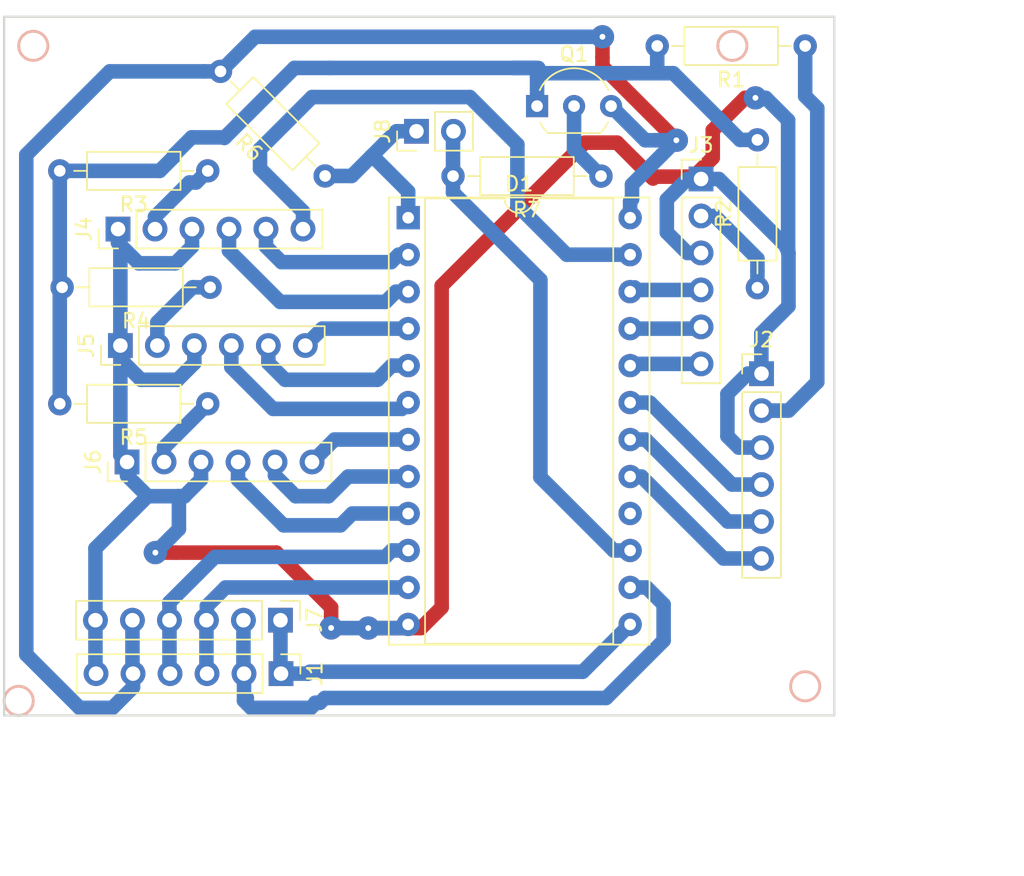
<source format=kicad_pcb>
(kicad_pcb (version 4) (host pcbnew 4.0.7-e2-6376~58~ubuntu14.04.1)

  (general
    (links 54)
    (no_connects 0)
    (area 101.85407 11.925 175.85 75.005069)
    (thickness 1.6)
    (drawings 10)
    (tracks 273)
    (zones 0)
    (modules 17)
    (nets 31)
  )

  (page A4)
  (layers
    (0 F.Cu signal)
    (31 B.Cu signal)
    (32 B.Adhes user)
    (33 F.Adhes user)
    (34 B.Paste user)
    (35 F.Paste user)
    (36 B.SilkS user)
    (37 F.SilkS user)
    (38 B.Mask user)
    (39 F.Mask user)
    (40 Dwgs.User user)
    (41 Cmts.User user)
    (42 Eco1.User user)
    (43 Eco2.User user)
    (44 Edge.Cuts user)
    (45 Margin user)
    (46 B.CrtYd user)
    (47 F.CrtYd user)
    (48 B.Fab user)
    (49 F.Fab user)
  )

  (setup
    (last_trace_width 1)
    (trace_clearance 1)
    (zone_clearance 0.508)
    (zone_45_only no)
    (trace_min 0.2)
    (segment_width 0.2)
    (edge_width 0.15)
    (via_size 1)
    (via_drill 0.4)
    (via_min_size 0.4)
    (via_min_drill 0.3)
    (uvia_size 0.3)
    (uvia_drill 0.1)
    (uvias_allowed no)
    (uvia_min_size 0.2)
    (uvia_min_drill 0.1)
    (pcb_text_width 0.3)
    (pcb_text_size 1.5 1.5)
    (mod_edge_width 0.15)
    (mod_text_size 1 1)
    (mod_text_width 0.15)
    (pad_size 1.524 1.524)
    (pad_drill 0.762)
    (pad_to_mask_clearance 0.2)
    (aux_axis_origin 0 0)
    (visible_elements FFFFFF7F)
    (pcbplotparams
      (layerselection 0x01010_80000000)
      (usegerberextensions false)
      (excludeedgelayer true)
      (linewidth 0.100000)
      (plotframeref false)
      (viasonmask false)
      (mode 1)
      (useauxorigin false)
      (hpglpennumber 1)
      (hpglpenspeed 20)
      (hpglpendiameter 15)
      (hpglpenoverlay 2)
      (psnegative false)
      (psa4output false)
      (plotreference true)
      (plotvalue true)
      (plotinvisibletext false)
      (padsonsilk false)
      (subtractmaskfromsilk false)
      (outputformat 1)
      (mirror false)
      (drillshape 0)
      (scaleselection 1)
      (outputdirectory plots/))
  )

  (net 0 "")
  (net 1 /S3)
  (net 2 "Net-(D1-Pad2)")
  (net 3 /S2)
  (net 4 "Net-(D1-Pad3)")
  (net 5 Earth)
  (net 6 "Net-(D1-Pad4)")
  (net 7 "Net-(D1-Pad5)")
  (net 8 "Net-(D1-Pad17)")
  (net 9 "Net-(D1-Pad6)")
  (net 10 "Net-(D1-Pad18)")
  (net 11 "Net-(D1-Pad7)")
  (net 12 "Net-(D1-Pad19)")
  (net 13 "Net-(D1-Pad8)")
  (net 14 "Net-(D1-Pad20)")
  (net 15 "Net-(D1-Pad9)")
  (net 16 "Net-(D1-Pad21)")
  (net 17 /S0)
  (net 18 "Net-(D1-Pad22)")
  (net 19 /S1)
  (net 20 "Net-(D1-Pad23)")
  (net 21 +5V)
  (net 22 "Net-(J2-Pad2)")
  (net 23 "Net-(J3-Pad2)")
  (net 24 "Net-(J4-Pad2)")
  (net 25 "Net-(J5-Pad2)")
  (net 26 "Net-(J6-Pad2)")
  (net 27 /output)
  (net 28 /enable)
  (net 29 /ledpow)
  (net 30 "Net-(Q1-Pad2)")

  (net_class Default "This is the default net class."
    (clearance 1)
    (trace_width 1)
    (via_dia 1)
    (via_drill 0.4)
    (uvia_dia 0.3)
    (uvia_drill 0.1)
    (add_net +5V)
    (add_net /S0)
    (add_net /S1)
    (add_net /S2)
    (add_net /S3)
    (add_net /enable)
    (add_net /ledpow)
    (add_net /output)
    (add_net Earth)
    (add_net "Net-(D1-Pad17)")
    (add_net "Net-(D1-Pad18)")
    (add_net "Net-(D1-Pad19)")
    (add_net "Net-(D1-Pad2)")
    (add_net "Net-(D1-Pad20)")
    (add_net "Net-(D1-Pad21)")
    (add_net "Net-(D1-Pad22)")
    (add_net "Net-(D1-Pad23)")
    (add_net "Net-(D1-Pad3)")
    (add_net "Net-(D1-Pad4)")
    (add_net "Net-(D1-Pad5)")
    (add_net "Net-(D1-Pad6)")
    (add_net "Net-(D1-Pad7)")
    (add_net "Net-(D1-Pad8)")
    (add_net "Net-(D1-Pad9)")
    (add_net "Net-(J2-Pad2)")
    (add_net "Net-(J3-Pad2)")
    (add_net "Net-(J4-Pad2)")
    (add_net "Net-(J5-Pad2)")
    (add_net "Net-(J6-Pad2)")
    (add_net "Net-(Q1-Pad2)")
  )

  (module Resistors_THT:R_Axial_DIN0207_L6.3mm_D2.5mm_P10.16mm_Horizontal (layer F.Cu) (tedit 5874F706) (tstamp 5B6F0F4A)
    (at 124.04 24.94 135)
    (descr "Resistor, Axial_DIN0207 series, Axial, Horizontal, pin pitch=10.16mm, 0.25W = 1/4W, length*diameter=6.3*2.5mm^2, http://cdn-reichelt.de/documents/datenblatt/B400/1_4W%23YAG.pdf")
    (tags "Resistor Axial_DIN0207 series Axial Horizontal pin pitch 10.16mm 0.25W = 1/4W length 6.3mm diameter 2.5mm")
    (path /5B6F203E)
    (fp_text reference R6 (at 5.08 -2.31 135) (layer F.SilkS)
      (effects (font (size 1 1) (thickness 0.15)))
    )
    (fp_text value R (at 5.08 2.31 135) (layer F.Fab)
      (effects (font (size 1 1) (thickness 0.15)))
    )
    (fp_line (start 1.93 -1.25) (end 1.93 1.25) (layer F.Fab) (width 0.1))
    (fp_line (start 1.93 1.25) (end 8.23 1.25) (layer F.Fab) (width 0.1))
    (fp_line (start 8.23 1.25) (end 8.23 -1.25) (layer F.Fab) (width 0.1))
    (fp_line (start 8.23 -1.25) (end 1.93 -1.25) (layer F.Fab) (width 0.1))
    (fp_line (start 0 0) (end 1.93 0) (layer F.Fab) (width 0.1))
    (fp_line (start 10.16 0) (end 8.23 0) (layer F.Fab) (width 0.1))
    (fp_line (start 1.87 -1.31) (end 1.87 1.31) (layer F.SilkS) (width 0.12))
    (fp_line (start 1.87 1.31) (end 8.29 1.31) (layer F.SilkS) (width 0.12))
    (fp_line (start 8.29 1.31) (end 8.29 -1.31) (layer F.SilkS) (width 0.12))
    (fp_line (start 8.29 -1.31) (end 1.87 -1.31) (layer F.SilkS) (width 0.12))
    (fp_line (start 0.98 0) (end 1.87 0) (layer F.SilkS) (width 0.12))
    (fp_line (start 9.18 0) (end 8.29 0) (layer F.SilkS) (width 0.12))
    (fp_line (start -1.05 -1.6) (end -1.05 1.6) (layer F.CrtYd) (width 0.05))
    (fp_line (start -1.05 1.6) (end 11.25 1.6) (layer F.CrtYd) (width 0.05))
    (fp_line (start 11.25 1.6) (end 11.25 -1.6) (layer F.CrtYd) (width 0.05))
    (fp_line (start 11.25 -1.6) (end -1.05 -1.6) (layer F.CrtYd) (width 0.05))
    (pad 1 thru_hole circle (at 0 0 135) (size 1.6 1.6) (drill 0.8) (layers *.Cu *.Mask)
      (net 27 /output))
    (pad 2 thru_hole oval (at 10.16 0 135) (size 1.6 1.6) (drill 0.8) (layers *.Cu *.Mask)
      (net 21 +5V))
    (model ${KISYS3DMOD}/Resistors_THT.3dshapes/R_Axial_DIN0207_L6.3mm_D2.5mm_P10.16mm_Horizontal.wrl
      (at (xyz 0 0 0))
      (scale (xyz 0.393701 0.393701 0.393701))
      (rotate (xyz 0 0 0))
    )
  )

  (module Housings_DIP:DIP-24_W15.24mm_Socket (layer F.Cu) (tedit 59C78D6C) (tstamp 5B63208C)
    (at 129.74 27.81)
    (descr "24-lead though-hole mounted DIP package, row spacing 15.24 mm (600 mils), Socket")
    (tags "THT DIP DIL PDIP 2.54mm 15.24mm 600mil Socket")
    (path /5B62DF58)
    (fp_text reference D1 (at 7.62 -2.33) (layer F.SilkS)
      (effects (font (size 1 1) (thickness 0.15)))
    )
    (fp_text value 74HC4067 (at 7.62 30.27) (layer F.Fab)
      (effects (font (size 1 1) (thickness 0.15)))
    )
    (fp_arc (start 7.62 -1.33) (end 6.62 -1.33) (angle -180) (layer F.SilkS) (width 0.12))
    (fp_line (start 1.255 -1.27) (end 14.985 -1.27) (layer F.Fab) (width 0.1))
    (fp_line (start 14.985 -1.27) (end 14.985 29.21) (layer F.Fab) (width 0.1))
    (fp_line (start 14.985 29.21) (end 0.255 29.21) (layer F.Fab) (width 0.1))
    (fp_line (start 0.255 29.21) (end 0.255 -0.27) (layer F.Fab) (width 0.1))
    (fp_line (start 0.255 -0.27) (end 1.255 -1.27) (layer F.Fab) (width 0.1))
    (fp_line (start -1.27 -1.33) (end -1.27 29.27) (layer F.Fab) (width 0.1))
    (fp_line (start -1.27 29.27) (end 16.51 29.27) (layer F.Fab) (width 0.1))
    (fp_line (start 16.51 29.27) (end 16.51 -1.33) (layer F.Fab) (width 0.1))
    (fp_line (start 16.51 -1.33) (end -1.27 -1.33) (layer F.Fab) (width 0.1))
    (fp_line (start 6.62 -1.33) (end 1.16 -1.33) (layer F.SilkS) (width 0.12))
    (fp_line (start 1.16 -1.33) (end 1.16 29.27) (layer F.SilkS) (width 0.12))
    (fp_line (start 1.16 29.27) (end 14.08 29.27) (layer F.SilkS) (width 0.12))
    (fp_line (start 14.08 29.27) (end 14.08 -1.33) (layer F.SilkS) (width 0.12))
    (fp_line (start 14.08 -1.33) (end 8.62 -1.33) (layer F.SilkS) (width 0.12))
    (fp_line (start -1.33 -1.39) (end -1.33 29.33) (layer F.SilkS) (width 0.12))
    (fp_line (start -1.33 29.33) (end 16.57 29.33) (layer F.SilkS) (width 0.12))
    (fp_line (start 16.57 29.33) (end 16.57 -1.39) (layer F.SilkS) (width 0.12))
    (fp_line (start 16.57 -1.39) (end -1.33 -1.39) (layer F.SilkS) (width 0.12))
    (fp_line (start -1.55 -1.6) (end -1.55 29.55) (layer F.CrtYd) (width 0.05))
    (fp_line (start -1.55 29.55) (end 16.8 29.55) (layer F.CrtYd) (width 0.05))
    (fp_line (start 16.8 29.55) (end 16.8 -1.6) (layer F.CrtYd) (width 0.05))
    (fp_line (start 16.8 -1.6) (end -1.55 -1.6) (layer F.CrtYd) (width 0.05))
    (fp_text user %R (at 7.62 13.97) (layer F.Fab)
      (effects (font (size 1 1) (thickness 0.15)))
    )
    (pad 1 thru_hole rect (at 0 0) (size 1.6 1.6) (drill 0.8) (layers *.Cu *.Mask)
      (net 27 /output))
    (pad 13 thru_hole oval (at 15.24 27.94) (size 1.6 1.6) (drill 0.8) (layers *.Cu *.Mask)
      (net 1 /S3))
    (pad 2 thru_hole oval (at 0 2.54) (size 1.6 1.6) (drill 0.8) (layers *.Cu *.Mask)
      (net 2 "Net-(D1-Pad2)"))
    (pad 14 thru_hole oval (at 15.24 25.4) (size 1.6 1.6) (drill 0.8) (layers *.Cu *.Mask)
      (net 3 /S2))
    (pad 3 thru_hole oval (at 0 5.08) (size 1.6 1.6) (drill 0.8) (layers *.Cu *.Mask)
      (net 4 "Net-(D1-Pad3)"))
    (pad 15 thru_hole oval (at 15.24 22.86) (size 1.6 1.6) (drill 0.8) (layers *.Cu *.Mask)
      (net 28 /enable))
    (pad 4 thru_hole oval (at 0 7.62) (size 1.6 1.6) (drill 0.8) (layers *.Cu *.Mask)
      (net 6 "Net-(D1-Pad4)"))
    (pad 16 thru_hole oval (at 15.24 20.32) (size 1.6 1.6) (drill 0.8) (layers *.Cu *.Mask))
    (pad 5 thru_hole oval (at 0 10.16) (size 1.6 1.6) (drill 0.8) (layers *.Cu *.Mask)
      (net 7 "Net-(D1-Pad5)"))
    (pad 17 thru_hole oval (at 15.24 17.78) (size 1.6 1.6) (drill 0.8) (layers *.Cu *.Mask)
      (net 8 "Net-(D1-Pad17)"))
    (pad 6 thru_hole oval (at 0 12.7) (size 1.6 1.6) (drill 0.8) (layers *.Cu *.Mask)
      (net 9 "Net-(D1-Pad6)"))
    (pad 18 thru_hole oval (at 15.24 15.24) (size 1.6 1.6) (drill 0.8) (layers *.Cu *.Mask)
      (net 10 "Net-(D1-Pad18)"))
    (pad 7 thru_hole oval (at 0 15.24) (size 1.6 1.6) (drill 0.8) (layers *.Cu *.Mask)
      (net 11 "Net-(D1-Pad7)"))
    (pad 19 thru_hole oval (at 15.24 12.7) (size 1.6 1.6) (drill 0.8) (layers *.Cu *.Mask)
      (net 12 "Net-(D1-Pad19)"))
    (pad 8 thru_hole oval (at 0 17.78) (size 1.6 1.6) (drill 0.8) (layers *.Cu *.Mask)
      (net 13 "Net-(D1-Pad8)"))
    (pad 20 thru_hole oval (at 15.24 10.16) (size 1.6 1.6) (drill 0.8) (layers *.Cu *.Mask)
      (net 14 "Net-(D1-Pad20)"))
    (pad 9 thru_hole oval (at 0 20.32) (size 1.6 1.6) (drill 0.8) (layers *.Cu *.Mask)
      (net 15 "Net-(D1-Pad9)"))
    (pad 21 thru_hole oval (at 15.24 7.62) (size 1.6 1.6) (drill 0.8) (layers *.Cu *.Mask)
      (net 16 "Net-(D1-Pad21)"))
    (pad 10 thru_hole oval (at 0 22.86) (size 1.6 1.6) (drill 0.8) (layers *.Cu *.Mask)
      (net 17 /S0))
    (pad 22 thru_hole oval (at 15.24 5.08) (size 1.6 1.6) (drill 0.8) (layers *.Cu *.Mask)
      (net 18 "Net-(D1-Pad22)"))
    (pad 11 thru_hole oval (at 0 25.4) (size 1.6 1.6) (drill 0.8) (layers *.Cu *.Mask)
      (net 19 /S1))
    (pad 23 thru_hole oval (at 15.24 2.54) (size 1.6 1.6) (drill 0.8) (layers *.Cu *.Mask)
      (net 20 "Net-(D1-Pad23)"))
    (pad 12 thru_hole oval (at 0 27.94) (size 1.6 1.6) (drill 0.8) (layers *.Cu *.Mask)
      (net 5 Earth))
    (pad 24 thru_hole oval (at 15.24 0) (size 1.6 1.6) (drill 0.8) (layers *.Cu *.Mask)
      (net 21 +5V))
    (model ${KISYS3DMOD}/Housings_DIP.3dshapes/DIP-24_W15.24mm_Socket.wrl
      (at (xyz 0 0 0))
      (scale (xyz 1 1 1))
      (rotate (xyz 0 0 0))
    )
  )

  (module Resistors_THT:R_Axial_DIN0207_L6.3mm_D2.5mm_P10.16mm_Horizontal (layer F.Cu) (tedit 5874F706) (tstamp 5B63218F)
    (at 115.98 40.59 180)
    (descr "Resistor, Axial_DIN0207 series, Axial, Horizontal, pin pitch=10.16mm, 0.25W = 1/4W, length*diameter=6.3*2.5mm^2, http://cdn-reichelt.de/documents/datenblatt/B400/1_4W%23YAG.pdf")
    (tags "Resistor Axial_DIN0207 series Axial Horizontal pin pitch 10.16mm 0.25W = 1/4W length 6.3mm diameter 2.5mm")
    (path /5B631B6C)
    (fp_text reference R5 (at 5.08 -2.31 180) (layer F.SilkS)
      (effects (font (size 1 1) (thickness 0.15)))
    )
    (fp_text value R (at 5.08 2.31 180) (layer F.Fab)
      (effects (font (size 1 1) (thickness 0.15)))
    )
    (fp_line (start 1.93 -1.25) (end 1.93 1.25) (layer F.Fab) (width 0.1))
    (fp_line (start 1.93 1.25) (end 8.23 1.25) (layer F.Fab) (width 0.1))
    (fp_line (start 8.23 1.25) (end 8.23 -1.25) (layer F.Fab) (width 0.1))
    (fp_line (start 8.23 -1.25) (end 1.93 -1.25) (layer F.Fab) (width 0.1))
    (fp_line (start 0 0) (end 1.93 0) (layer F.Fab) (width 0.1))
    (fp_line (start 10.16 0) (end 8.23 0) (layer F.Fab) (width 0.1))
    (fp_line (start 1.87 -1.31) (end 1.87 1.31) (layer F.SilkS) (width 0.12))
    (fp_line (start 1.87 1.31) (end 8.29 1.31) (layer F.SilkS) (width 0.12))
    (fp_line (start 8.29 1.31) (end 8.29 -1.31) (layer F.SilkS) (width 0.12))
    (fp_line (start 8.29 -1.31) (end 1.87 -1.31) (layer F.SilkS) (width 0.12))
    (fp_line (start 0.98 0) (end 1.87 0) (layer F.SilkS) (width 0.12))
    (fp_line (start 9.18 0) (end 8.29 0) (layer F.SilkS) (width 0.12))
    (fp_line (start -1.05 -1.6) (end -1.05 1.6) (layer F.CrtYd) (width 0.05))
    (fp_line (start -1.05 1.6) (end 11.25 1.6) (layer F.CrtYd) (width 0.05))
    (fp_line (start 11.25 1.6) (end 11.25 -1.6) (layer F.CrtYd) (width 0.05))
    (fp_line (start 11.25 -1.6) (end -1.05 -1.6) (layer F.CrtYd) (width 0.05))
    (pad 1 thru_hole circle (at 0 0 180) (size 1.6 1.6) (drill 0.8) (layers *.Cu *.Mask)
      (net 26 "Net-(J6-Pad2)"))
    (pad 2 thru_hole oval (at 10.16 0 180) (size 1.6 1.6) (drill 0.8) (layers *.Cu *.Mask)
      (net 29 /ledpow))
    (model ${KISYS3DMOD}/Resistors_THT.3dshapes/R_Axial_DIN0207_L6.3mm_D2.5mm_P10.16mm_Horizontal.wrl
      (at (xyz 0 0 0))
      (scale (xyz 0.393701 0.393701 0.393701))
      (rotate (xyz 0 0 0))
    )
  )

  (module Pin_Headers:Pin_Header_Straight_1x06_Pitch2.54mm (layer F.Cu) (tedit 59650532) (tstamp 5B632103)
    (at 110.44 44.59 90)
    (descr "Through hole straight pin header, 1x06, 2.54mm pitch, single row")
    (tags "Through hole pin header THT 1x06 2.54mm single row")
    (path /5B631B5A)
    (fp_text reference J6 (at 0 -2.33 90) (layer F.SilkS)
      (effects (font (size 1 1) (thickness 0.15)))
    )
    (fp_text value Conn_01x06 (at 0 15.03 90) (layer F.Fab)
      (effects (font (size 1 1) (thickness 0.15)))
    )
    (fp_line (start -0.635 -1.27) (end 1.27 -1.27) (layer F.Fab) (width 0.1))
    (fp_line (start 1.27 -1.27) (end 1.27 13.97) (layer F.Fab) (width 0.1))
    (fp_line (start 1.27 13.97) (end -1.27 13.97) (layer F.Fab) (width 0.1))
    (fp_line (start -1.27 13.97) (end -1.27 -0.635) (layer F.Fab) (width 0.1))
    (fp_line (start -1.27 -0.635) (end -0.635 -1.27) (layer F.Fab) (width 0.1))
    (fp_line (start -1.33 14.03) (end 1.33 14.03) (layer F.SilkS) (width 0.12))
    (fp_line (start -1.33 1.27) (end -1.33 14.03) (layer F.SilkS) (width 0.12))
    (fp_line (start 1.33 1.27) (end 1.33 14.03) (layer F.SilkS) (width 0.12))
    (fp_line (start -1.33 1.27) (end 1.33 1.27) (layer F.SilkS) (width 0.12))
    (fp_line (start -1.33 0) (end -1.33 -1.33) (layer F.SilkS) (width 0.12))
    (fp_line (start -1.33 -1.33) (end 0 -1.33) (layer F.SilkS) (width 0.12))
    (fp_line (start -1.8 -1.8) (end -1.8 14.5) (layer F.CrtYd) (width 0.05))
    (fp_line (start -1.8 14.5) (end 1.8 14.5) (layer F.CrtYd) (width 0.05))
    (fp_line (start 1.8 14.5) (end 1.8 -1.8) (layer F.CrtYd) (width 0.05))
    (fp_line (start 1.8 -1.8) (end -1.8 -1.8) (layer F.CrtYd) (width 0.05))
    (fp_text user %R (at 0 6.35 180) (layer F.Fab)
      (effects (font (size 1 1) (thickness 0.15)))
    )
    (pad 1 thru_hole rect (at 0 0 90) (size 1.7 1.7) (drill 1) (layers *.Cu *.Mask)
      (net 5 Earth))
    (pad 2 thru_hole oval (at 0 2.54 90) (size 1.7 1.7) (drill 1) (layers *.Cu *.Mask)
      (net 26 "Net-(J6-Pad2)"))
    (pad 3 thru_hole oval (at 0 5.08 90) (size 1.7 1.7) (drill 1) (layers *.Cu *.Mask)
      (net 5 Earth))
    (pad 4 thru_hole oval (at 0 7.62 90) (size 1.7 1.7) (drill 1) (layers *.Cu *.Mask)
      (net 15 "Net-(D1-Pad9)"))
    (pad 5 thru_hole oval (at 0 10.16 90) (size 1.7 1.7) (drill 1) (layers *.Cu *.Mask)
      (net 13 "Net-(D1-Pad8)"))
    (pad 6 thru_hole oval (at 0 12.7 90) (size 1.7 1.7) (drill 1) (layers *.Cu *.Mask)
      (net 11 "Net-(D1-Pad7)"))
    (model ${KISYS3DMOD}/Pin_Headers.3dshapes/Pin_Header_Straight_1x06_Pitch2.54mm.wrl
      (at (xyz 0 0 0))
      (scale (xyz 1 1 1))
      (rotate (xyz 0 0 0))
    )
  )

  (module Resistors_THT:R_Axial_DIN0207_L6.3mm_D2.5mm_P10.16mm_Horizontal (layer F.Cu) (tedit 5874F706) (tstamp 5B632183)
    (at 115.98 24.59 180)
    (descr "Resistor, Axial_DIN0207 series, Axial, Horizontal, pin pitch=10.16mm, 0.25W = 1/4W, length*diameter=6.3*2.5mm^2, http://cdn-reichelt.de/documents/datenblatt/B400/1_4W%23YAG.pdf")
    (tags "Resistor Axial_DIN0207 series Axial Horizontal pin pitch 10.16mm 0.25W = 1/4W length 6.3mm diameter 2.5mm")
    (path /5B6313A4)
    (fp_text reference R3 (at 5.08 -2.31 180) (layer F.SilkS)
      (effects (font (size 1 1) (thickness 0.15)))
    )
    (fp_text value R (at 5.08 2.31 180) (layer F.Fab)
      (effects (font (size 1 1) (thickness 0.15)))
    )
    (fp_line (start 1.93 -1.25) (end 1.93 1.25) (layer F.Fab) (width 0.1))
    (fp_line (start 1.93 1.25) (end 8.23 1.25) (layer F.Fab) (width 0.1))
    (fp_line (start 8.23 1.25) (end 8.23 -1.25) (layer F.Fab) (width 0.1))
    (fp_line (start 8.23 -1.25) (end 1.93 -1.25) (layer F.Fab) (width 0.1))
    (fp_line (start 0 0) (end 1.93 0) (layer F.Fab) (width 0.1))
    (fp_line (start 10.16 0) (end 8.23 0) (layer F.Fab) (width 0.1))
    (fp_line (start 1.87 -1.31) (end 1.87 1.31) (layer F.SilkS) (width 0.12))
    (fp_line (start 1.87 1.31) (end 8.29 1.31) (layer F.SilkS) (width 0.12))
    (fp_line (start 8.29 1.31) (end 8.29 -1.31) (layer F.SilkS) (width 0.12))
    (fp_line (start 8.29 -1.31) (end 1.87 -1.31) (layer F.SilkS) (width 0.12))
    (fp_line (start 0.98 0) (end 1.87 0) (layer F.SilkS) (width 0.12))
    (fp_line (start 9.18 0) (end 8.29 0) (layer F.SilkS) (width 0.12))
    (fp_line (start -1.05 -1.6) (end -1.05 1.6) (layer F.CrtYd) (width 0.05))
    (fp_line (start -1.05 1.6) (end 11.25 1.6) (layer F.CrtYd) (width 0.05))
    (fp_line (start 11.25 1.6) (end 11.25 -1.6) (layer F.CrtYd) (width 0.05))
    (fp_line (start 11.25 -1.6) (end -1.05 -1.6) (layer F.CrtYd) (width 0.05))
    (pad 1 thru_hole circle (at 0 0 180) (size 1.6 1.6) (drill 0.8) (layers *.Cu *.Mask)
      (net 24 "Net-(J4-Pad2)"))
    (pad 2 thru_hole oval (at 10.16 0 180) (size 1.6 1.6) (drill 0.8) (layers *.Cu *.Mask)
      (net 29 /ledpow))
    (model ${KISYS3DMOD}/Resistors_THT.3dshapes/R_Axial_DIN0207_L6.3mm_D2.5mm_P10.16mm_Horizontal.wrl
      (at (xyz 0 0 0))
      (scale (xyz 0.393701 0.393701 0.393701))
      (rotate (xyz 0 0 0))
    )
  )

  (module Pin_Headers:Pin_Header_Straight_1x06_Pitch2.54mm (layer F.Cu) (tedit 59650532) (tstamp 5B6320E5)
    (at 149.85 25.15)
    (descr "Through hole straight pin header, 1x06, 2.54mm pitch, single row")
    (tags "Through hole pin header THT 1x06 2.54mm single row")
    (path /5B631308)
    (fp_text reference J3 (at 0 -2.33) (layer F.SilkS)
      (effects (font (size 1 1) (thickness 0.15)))
    )
    (fp_text value Conn_01x06 (at 0 15.03) (layer F.Fab)
      (effects (font (size 1 1) (thickness 0.15)))
    )
    (fp_line (start -0.635 -1.27) (end 1.27 -1.27) (layer F.Fab) (width 0.1))
    (fp_line (start 1.27 -1.27) (end 1.27 13.97) (layer F.Fab) (width 0.1))
    (fp_line (start 1.27 13.97) (end -1.27 13.97) (layer F.Fab) (width 0.1))
    (fp_line (start -1.27 13.97) (end -1.27 -0.635) (layer F.Fab) (width 0.1))
    (fp_line (start -1.27 -0.635) (end -0.635 -1.27) (layer F.Fab) (width 0.1))
    (fp_line (start -1.33 14.03) (end 1.33 14.03) (layer F.SilkS) (width 0.12))
    (fp_line (start -1.33 1.27) (end -1.33 14.03) (layer F.SilkS) (width 0.12))
    (fp_line (start 1.33 1.27) (end 1.33 14.03) (layer F.SilkS) (width 0.12))
    (fp_line (start -1.33 1.27) (end 1.33 1.27) (layer F.SilkS) (width 0.12))
    (fp_line (start -1.33 0) (end -1.33 -1.33) (layer F.SilkS) (width 0.12))
    (fp_line (start -1.33 -1.33) (end 0 -1.33) (layer F.SilkS) (width 0.12))
    (fp_line (start -1.8 -1.8) (end -1.8 14.5) (layer F.CrtYd) (width 0.05))
    (fp_line (start -1.8 14.5) (end 1.8 14.5) (layer F.CrtYd) (width 0.05))
    (fp_line (start 1.8 14.5) (end 1.8 -1.8) (layer F.CrtYd) (width 0.05))
    (fp_line (start 1.8 -1.8) (end -1.8 -1.8) (layer F.CrtYd) (width 0.05))
    (fp_text user %R (at 0 6.35 90) (layer F.Fab)
      (effects (font (size 1 1) (thickness 0.15)))
    )
    (pad 1 thru_hole rect (at 0 0) (size 1.7 1.7) (drill 1) (layers *.Cu *.Mask)
      (net 5 Earth))
    (pad 2 thru_hole oval (at 0 2.54) (size 1.7 1.7) (drill 1) (layers *.Cu *.Mask)
      (net 23 "Net-(J3-Pad2)"))
    (pad 3 thru_hole oval (at 0 5.08) (size 1.7 1.7) (drill 1) (layers *.Cu *.Mask)
      (net 5 Earth))
    (pad 4 thru_hole oval (at 0 7.62) (size 1.7 1.7) (drill 1) (layers *.Cu *.Mask)
      (net 18 "Net-(D1-Pad22)"))
    (pad 5 thru_hole oval (at 0 10.16) (size 1.7 1.7) (drill 1) (layers *.Cu *.Mask)
      (net 16 "Net-(D1-Pad21)"))
    (pad 6 thru_hole oval (at 0 12.7) (size 1.7 1.7) (drill 1) (layers *.Cu *.Mask)
      (net 14 "Net-(D1-Pad20)"))
    (model ${KISYS3DMOD}/Pin_Headers.3dshapes/Pin_Header_Straight_1x06_Pitch2.54mm.wrl
      (at (xyz 0 0 0))
      (scale (xyz 1 1 1))
      (rotate (xyz 0 0 0))
    )
  )

  (module Pin_Headers:Pin_Header_Straight_1x06_Pitch2.54mm (layer F.Cu) (tedit 59650532) (tstamp 5B6320EF)
    (at 109.82 28.59 90)
    (descr "Through hole straight pin header, 1x06, 2.54mm pitch, single row")
    (tags "Through hole pin header THT 1x06 2.54mm single row")
    (path /5B631392)
    (fp_text reference J4 (at 0 -2.33 90) (layer F.SilkS)
      (effects (font (size 1 1) (thickness 0.15)))
    )
    (fp_text value Conn_01x06 (at 0 15.03 90) (layer F.Fab)
      (effects (font (size 1 1) (thickness 0.15)))
    )
    (fp_line (start -0.635 -1.27) (end 1.27 -1.27) (layer F.Fab) (width 0.1))
    (fp_line (start 1.27 -1.27) (end 1.27 13.97) (layer F.Fab) (width 0.1))
    (fp_line (start 1.27 13.97) (end -1.27 13.97) (layer F.Fab) (width 0.1))
    (fp_line (start -1.27 13.97) (end -1.27 -0.635) (layer F.Fab) (width 0.1))
    (fp_line (start -1.27 -0.635) (end -0.635 -1.27) (layer F.Fab) (width 0.1))
    (fp_line (start -1.33 14.03) (end 1.33 14.03) (layer F.SilkS) (width 0.12))
    (fp_line (start -1.33 1.27) (end -1.33 14.03) (layer F.SilkS) (width 0.12))
    (fp_line (start 1.33 1.27) (end 1.33 14.03) (layer F.SilkS) (width 0.12))
    (fp_line (start -1.33 1.27) (end 1.33 1.27) (layer F.SilkS) (width 0.12))
    (fp_line (start -1.33 0) (end -1.33 -1.33) (layer F.SilkS) (width 0.12))
    (fp_line (start -1.33 -1.33) (end 0 -1.33) (layer F.SilkS) (width 0.12))
    (fp_line (start -1.8 -1.8) (end -1.8 14.5) (layer F.CrtYd) (width 0.05))
    (fp_line (start -1.8 14.5) (end 1.8 14.5) (layer F.CrtYd) (width 0.05))
    (fp_line (start 1.8 14.5) (end 1.8 -1.8) (layer F.CrtYd) (width 0.05))
    (fp_line (start 1.8 -1.8) (end -1.8 -1.8) (layer F.CrtYd) (width 0.05))
    (fp_text user %R (at 0 6.35 180) (layer F.Fab)
      (effects (font (size 1 1) (thickness 0.15)))
    )
    (pad 1 thru_hole rect (at 0 0 90) (size 1.7 1.7) (drill 1) (layers *.Cu *.Mask)
      (net 5 Earth))
    (pad 2 thru_hole oval (at 0 2.54 90) (size 1.7 1.7) (drill 1) (layers *.Cu *.Mask)
      (net 24 "Net-(J4-Pad2)"))
    (pad 3 thru_hole oval (at 0 5.08 90) (size 1.7 1.7) (drill 1) (layers *.Cu *.Mask)
      (net 5 Earth))
    (pad 4 thru_hole oval (at 0 7.62 90) (size 1.7 1.7) (drill 1) (layers *.Cu *.Mask)
      (net 4 "Net-(D1-Pad3)"))
    (pad 5 thru_hole oval (at 0 10.16 90) (size 1.7 1.7) (drill 1) (layers *.Cu *.Mask)
      (net 2 "Net-(D1-Pad2)"))
    (pad 6 thru_hole oval (at 0 12.7 90) (size 1.7 1.7) (drill 1) (layers *.Cu *.Mask)
      (net 20 "Net-(D1-Pad23)"))
    (model ${KISYS3DMOD}/Pin_Headers.3dshapes/Pin_Header_Straight_1x06_Pitch2.54mm.wrl
      (at (xyz 0 0 0))
      (scale (xyz 1 1 1))
      (rotate (xyz 0 0 0))
    )
  )

  (module Pin_Headers:Pin_Header_Straight_1x06_Pitch2.54mm (layer F.Cu) (tedit 59650532) (tstamp 5B6320DB)
    (at 154 38.52)
    (descr "Through hole straight pin header, 1x06, 2.54mm pitch, single row")
    (tags "Through hole pin header THT 1x06 2.54mm single row")
    (path /5B6310C5)
    (fp_text reference J2 (at 0 -2.33) (layer F.SilkS)
      (effects (font (size 1 1) (thickness 0.15)))
    )
    (fp_text value Conn_01x06 (at 0 15.03) (layer F.Fab)
      (effects (font (size 1 1) (thickness 0.15)))
    )
    (fp_line (start -0.635 -1.27) (end 1.27 -1.27) (layer F.Fab) (width 0.1))
    (fp_line (start 1.27 -1.27) (end 1.27 13.97) (layer F.Fab) (width 0.1))
    (fp_line (start 1.27 13.97) (end -1.27 13.97) (layer F.Fab) (width 0.1))
    (fp_line (start -1.27 13.97) (end -1.27 -0.635) (layer F.Fab) (width 0.1))
    (fp_line (start -1.27 -0.635) (end -0.635 -1.27) (layer F.Fab) (width 0.1))
    (fp_line (start -1.33 14.03) (end 1.33 14.03) (layer F.SilkS) (width 0.12))
    (fp_line (start -1.33 1.27) (end -1.33 14.03) (layer F.SilkS) (width 0.12))
    (fp_line (start 1.33 1.27) (end 1.33 14.03) (layer F.SilkS) (width 0.12))
    (fp_line (start -1.33 1.27) (end 1.33 1.27) (layer F.SilkS) (width 0.12))
    (fp_line (start -1.33 0) (end -1.33 -1.33) (layer F.SilkS) (width 0.12))
    (fp_line (start -1.33 -1.33) (end 0 -1.33) (layer F.SilkS) (width 0.12))
    (fp_line (start -1.8 -1.8) (end -1.8 14.5) (layer F.CrtYd) (width 0.05))
    (fp_line (start -1.8 14.5) (end 1.8 14.5) (layer F.CrtYd) (width 0.05))
    (fp_line (start 1.8 14.5) (end 1.8 -1.8) (layer F.CrtYd) (width 0.05))
    (fp_line (start 1.8 -1.8) (end -1.8 -1.8) (layer F.CrtYd) (width 0.05))
    (fp_text user %R (at 0 6.35 90) (layer F.Fab)
      (effects (font (size 1 1) (thickness 0.15)))
    )
    (pad 1 thru_hole rect (at 0 0) (size 1.7 1.7) (drill 1) (layers *.Cu *.Mask)
      (net 5 Earth))
    (pad 2 thru_hole oval (at 0 2.54) (size 1.7 1.7) (drill 1) (layers *.Cu *.Mask)
      (net 22 "Net-(J2-Pad2)"))
    (pad 3 thru_hole oval (at 0 5.08) (size 1.7 1.7) (drill 1) (layers *.Cu *.Mask)
      (net 5 Earth))
    (pad 4 thru_hole oval (at 0 7.62) (size 1.7 1.7) (drill 1) (layers *.Cu *.Mask)
      (net 12 "Net-(D1-Pad19)"))
    (pad 5 thru_hole oval (at 0 10.16) (size 1.7 1.7) (drill 1) (layers *.Cu *.Mask)
      (net 10 "Net-(D1-Pad18)"))
    (pad 6 thru_hole oval (at 0 12.7) (size 1.7 1.7) (drill 1) (layers *.Cu *.Mask)
      (net 8 "Net-(D1-Pad17)"))
    (model ${KISYS3DMOD}/Pin_Headers.3dshapes/Pin_Header_Straight_1x06_Pitch2.54mm.wrl
      (at (xyz 0 0 0))
      (scale (xyz 1 1 1))
      (rotate (xyz 0 0 0))
    )
  )

  (module Resistors_THT:R_Axial_DIN0207_L6.3mm_D2.5mm_P10.16mm_Horizontal (layer F.Cu) (tedit 5874F706) (tstamp 5B632189)
    (at 116.14 32.59 180)
    (descr "Resistor, Axial_DIN0207 series, Axial, Horizontal, pin pitch=10.16mm, 0.25W = 1/4W, length*diameter=6.3*2.5mm^2, http://cdn-reichelt.de/documents/datenblatt/B400/1_4W%23YAG.pdf")
    (tags "Resistor Axial_DIN0207 series Axial Horizontal pin pitch 10.16mm 0.25W = 1/4W length 6.3mm diameter 2.5mm")
    (path /5B631B4E)
    (fp_text reference R4 (at 5.08 -2.31 180) (layer F.SilkS)
      (effects (font (size 1 1) (thickness 0.15)))
    )
    (fp_text value R (at 5.08 2.31 180) (layer F.Fab)
      (effects (font (size 1 1) (thickness 0.15)))
    )
    (fp_line (start 1.93 -1.25) (end 1.93 1.25) (layer F.Fab) (width 0.1))
    (fp_line (start 1.93 1.25) (end 8.23 1.25) (layer F.Fab) (width 0.1))
    (fp_line (start 8.23 1.25) (end 8.23 -1.25) (layer F.Fab) (width 0.1))
    (fp_line (start 8.23 -1.25) (end 1.93 -1.25) (layer F.Fab) (width 0.1))
    (fp_line (start 0 0) (end 1.93 0) (layer F.Fab) (width 0.1))
    (fp_line (start 10.16 0) (end 8.23 0) (layer F.Fab) (width 0.1))
    (fp_line (start 1.87 -1.31) (end 1.87 1.31) (layer F.SilkS) (width 0.12))
    (fp_line (start 1.87 1.31) (end 8.29 1.31) (layer F.SilkS) (width 0.12))
    (fp_line (start 8.29 1.31) (end 8.29 -1.31) (layer F.SilkS) (width 0.12))
    (fp_line (start 8.29 -1.31) (end 1.87 -1.31) (layer F.SilkS) (width 0.12))
    (fp_line (start 0.98 0) (end 1.87 0) (layer F.SilkS) (width 0.12))
    (fp_line (start 9.18 0) (end 8.29 0) (layer F.SilkS) (width 0.12))
    (fp_line (start -1.05 -1.6) (end -1.05 1.6) (layer F.CrtYd) (width 0.05))
    (fp_line (start -1.05 1.6) (end 11.25 1.6) (layer F.CrtYd) (width 0.05))
    (fp_line (start 11.25 1.6) (end 11.25 -1.6) (layer F.CrtYd) (width 0.05))
    (fp_line (start 11.25 -1.6) (end -1.05 -1.6) (layer F.CrtYd) (width 0.05))
    (pad 1 thru_hole circle (at 0 0 180) (size 1.6 1.6) (drill 0.8) (layers *.Cu *.Mask)
      (net 25 "Net-(J5-Pad2)"))
    (pad 2 thru_hole oval (at 10.16 0 180) (size 1.6 1.6) (drill 0.8) (layers *.Cu *.Mask)
      (net 29 /ledpow))
    (model ${KISYS3DMOD}/Resistors_THT.3dshapes/R_Axial_DIN0207_L6.3mm_D2.5mm_P10.16mm_Horizontal.wrl
      (at (xyz 0 0 0))
      (scale (xyz 0.393701 0.393701 0.393701))
      (rotate (xyz 0 0 0))
    )
  )

  (module Pin_Headers:Pin_Header_Straight_1x06_Pitch2.54mm (layer F.Cu) (tedit 59650532) (tstamp 5B6320F9)
    (at 109.98 36.59 90)
    (descr "Through hole straight pin header, 1x06, 2.54mm pitch, single row")
    (tags "Through hole pin header THT 1x06 2.54mm single row")
    (path /5B631B3C)
    (fp_text reference J5 (at 0 -2.33 90) (layer F.SilkS)
      (effects (font (size 1 1) (thickness 0.15)))
    )
    (fp_text value Conn_01x06 (at 0 15.03 90) (layer F.Fab)
      (effects (font (size 1 1) (thickness 0.15)))
    )
    (fp_line (start -0.635 -1.27) (end 1.27 -1.27) (layer F.Fab) (width 0.1))
    (fp_line (start 1.27 -1.27) (end 1.27 13.97) (layer F.Fab) (width 0.1))
    (fp_line (start 1.27 13.97) (end -1.27 13.97) (layer F.Fab) (width 0.1))
    (fp_line (start -1.27 13.97) (end -1.27 -0.635) (layer F.Fab) (width 0.1))
    (fp_line (start -1.27 -0.635) (end -0.635 -1.27) (layer F.Fab) (width 0.1))
    (fp_line (start -1.33 14.03) (end 1.33 14.03) (layer F.SilkS) (width 0.12))
    (fp_line (start -1.33 1.27) (end -1.33 14.03) (layer F.SilkS) (width 0.12))
    (fp_line (start 1.33 1.27) (end 1.33 14.03) (layer F.SilkS) (width 0.12))
    (fp_line (start -1.33 1.27) (end 1.33 1.27) (layer F.SilkS) (width 0.12))
    (fp_line (start -1.33 0) (end -1.33 -1.33) (layer F.SilkS) (width 0.12))
    (fp_line (start -1.33 -1.33) (end 0 -1.33) (layer F.SilkS) (width 0.12))
    (fp_line (start -1.8 -1.8) (end -1.8 14.5) (layer F.CrtYd) (width 0.05))
    (fp_line (start -1.8 14.5) (end 1.8 14.5) (layer F.CrtYd) (width 0.05))
    (fp_line (start 1.8 14.5) (end 1.8 -1.8) (layer F.CrtYd) (width 0.05))
    (fp_line (start 1.8 -1.8) (end -1.8 -1.8) (layer F.CrtYd) (width 0.05))
    (fp_text user %R (at 0 6.35 180) (layer F.Fab)
      (effects (font (size 1 1) (thickness 0.15)))
    )
    (pad 1 thru_hole rect (at 0 0 90) (size 1.7 1.7) (drill 1) (layers *.Cu *.Mask)
      (net 5 Earth))
    (pad 2 thru_hole oval (at 0 2.54 90) (size 1.7 1.7) (drill 1) (layers *.Cu *.Mask)
      (net 25 "Net-(J5-Pad2)"))
    (pad 3 thru_hole oval (at 0 5.08 90) (size 1.7 1.7) (drill 1) (layers *.Cu *.Mask)
      (net 5 Earth))
    (pad 4 thru_hole oval (at 0 7.62 90) (size 1.7 1.7) (drill 1) (layers *.Cu *.Mask)
      (net 9 "Net-(D1-Pad6)"))
    (pad 5 thru_hole oval (at 0 10.16 90) (size 1.7 1.7) (drill 1) (layers *.Cu *.Mask)
      (net 7 "Net-(D1-Pad5)"))
    (pad 6 thru_hole oval (at 0 12.7 90) (size 1.7 1.7) (drill 1) (layers *.Cu *.Mask)
      (net 6 "Net-(D1-Pad4)"))
    (model ${KISYS3DMOD}/Pin_Headers.3dshapes/Pin_Header_Straight_1x06_Pitch2.54mm.wrl
      (at (xyz 0 0 0))
      (scale (xyz 1 1 1))
      (rotate (xyz 0 0 0))
    )
  )

  (module Resistors_THT:R_Axial_DIN0207_L6.3mm_D2.5mm_P10.16mm_Horizontal (layer F.Cu) (tedit 5874F706) (tstamp 5B632177)
    (at 157 16.01 180)
    (descr "Resistor, Axial_DIN0207 series, Axial, Horizontal, pin pitch=10.16mm, 0.25W = 1/4W, length*diameter=6.3*2.5mm^2, http://cdn-reichelt.de/documents/datenblatt/B400/1_4W%23YAG.pdf")
    (tags "Resistor Axial_DIN0207 series Axial Horizontal pin pitch 10.16mm 0.25W = 1/4W length 6.3mm diameter 2.5mm")
    (path /5B63118B)
    (fp_text reference R1 (at 5.08 -2.31 180) (layer F.SilkS)
      (effects (font (size 1 1) (thickness 0.15)))
    )
    (fp_text value R (at 5.08 2.31 180) (layer F.Fab)
      (effects (font (size 1 1) (thickness 0.15)))
    )
    (fp_line (start 1.93 -1.25) (end 1.93 1.25) (layer F.Fab) (width 0.1))
    (fp_line (start 1.93 1.25) (end 8.23 1.25) (layer F.Fab) (width 0.1))
    (fp_line (start 8.23 1.25) (end 8.23 -1.25) (layer F.Fab) (width 0.1))
    (fp_line (start 8.23 -1.25) (end 1.93 -1.25) (layer F.Fab) (width 0.1))
    (fp_line (start 0 0) (end 1.93 0) (layer F.Fab) (width 0.1))
    (fp_line (start 10.16 0) (end 8.23 0) (layer F.Fab) (width 0.1))
    (fp_line (start 1.87 -1.31) (end 1.87 1.31) (layer F.SilkS) (width 0.12))
    (fp_line (start 1.87 1.31) (end 8.29 1.31) (layer F.SilkS) (width 0.12))
    (fp_line (start 8.29 1.31) (end 8.29 -1.31) (layer F.SilkS) (width 0.12))
    (fp_line (start 8.29 -1.31) (end 1.87 -1.31) (layer F.SilkS) (width 0.12))
    (fp_line (start 0.98 0) (end 1.87 0) (layer F.SilkS) (width 0.12))
    (fp_line (start 9.18 0) (end 8.29 0) (layer F.SilkS) (width 0.12))
    (fp_line (start -1.05 -1.6) (end -1.05 1.6) (layer F.CrtYd) (width 0.05))
    (fp_line (start -1.05 1.6) (end 11.25 1.6) (layer F.CrtYd) (width 0.05))
    (fp_line (start 11.25 1.6) (end 11.25 -1.6) (layer F.CrtYd) (width 0.05))
    (fp_line (start 11.25 -1.6) (end -1.05 -1.6) (layer F.CrtYd) (width 0.05))
    (pad 1 thru_hole circle (at 0 0 180) (size 1.6 1.6) (drill 0.8) (layers *.Cu *.Mask)
      (net 22 "Net-(J2-Pad2)"))
    (pad 2 thru_hole oval (at 10.16 0 180) (size 1.6 1.6) (drill 0.8) (layers *.Cu *.Mask)
      (net 29 /ledpow))
    (model ${KISYS3DMOD}/Resistors_THT.3dshapes/R_Axial_DIN0207_L6.3mm_D2.5mm_P10.16mm_Horizontal.wrl
      (at (xyz 0 0 0))
      (scale (xyz 0.393701 0.393701 0.393701))
      (rotate (xyz 0 0 0))
    )
  )

  (module Resistors_THT:R_Axial_DIN0207_L6.3mm_D2.5mm_P10.16mm_Horizontal (layer F.Cu) (tedit 5874F706) (tstamp 5B63217D)
    (at 153.72 32.62 90)
    (descr "Resistor, Axial_DIN0207 series, Axial, Horizontal, pin pitch=10.16mm, 0.25W = 1/4W, length*diameter=6.3*2.5mm^2, http://cdn-reichelt.de/documents/datenblatt/B400/1_4W%23YAG.pdf")
    (tags "Resistor Axial_DIN0207 series Axial Horizontal pin pitch 10.16mm 0.25W = 1/4W length 6.3mm diameter 2.5mm")
    (path /5B63131A)
    (fp_text reference R2 (at 5.08 -2.31 90) (layer F.SilkS)
      (effects (font (size 1 1) (thickness 0.15)))
    )
    (fp_text value R (at 5.08 2.31 90) (layer F.Fab)
      (effects (font (size 1 1) (thickness 0.15)))
    )
    (fp_line (start 1.93 -1.25) (end 1.93 1.25) (layer F.Fab) (width 0.1))
    (fp_line (start 1.93 1.25) (end 8.23 1.25) (layer F.Fab) (width 0.1))
    (fp_line (start 8.23 1.25) (end 8.23 -1.25) (layer F.Fab) (width 0.1))
    (fp_line (start 8.23 -1.25) (end 1.93 -1.25) (layer F.Fab) (width 0.1))
    (fp_line (start 0 0) (end 1.93 0) (layer F.Fab) (width 0.1))
    (fp_line (start 10.16 0) (end 8.23 0) (layer F.Fab) (width 0.1))
    (fp_line (start 1.87 -1.31) (end 1.87 1.31) (layer F.SilkS) (width 0.12))
    (fp_line (start 1.87 1.31) (end 8.29 1.31) (layer F.SilkS) (width 0.12))
    (fp_line (start 8.29 1.31) (end 8.29 -1.31) (layer F.SilkS) (width 0.12))
    (fp_line (start 8.29 -1.31) (end 1.87 -1.31) (layer F.SilkS) (width 0.12))
    (fp_line (start 0.98 0) (end 1.87 0) (layer F.SilkS) (width 0.12))
    (fp_line (start 9.18 0) (end 8.29 0) (layer F.SilkS) (width 0.12))
    (fp_line (start -1.05 -1.6) (end -1.05 1.6) (layer F.CrtYd) (width 0.05))
    (fp_line (start -1.05 1.6) (end 11.25 1.6) (layer F.CrtYd) (width 0.05))
    (fp_line (start 11.25 1.6) (end 11.25 -1.6) (layer F.CrtYd) (width 0.05))
    (fp_line (start 11.25 -1.6) (end -1.05 -1.6) (layer F.CrtYd) (width 0.05))
    (pad 1 thru_hole circle (at 0 0 90) (size 1.6 1.6) (drill 0.8) (layers *.Cu *.Mask)
      (net 23 "Net-(J3-Pad2)"))
    (pad 2 thru_hole oval (at 10.16 0 90) (size 1.6 1.6) (drill 0.8) (layers *.Cu *.Mask)
      (net 29 /ledpow))
    (model ${KISYS3DMOD}/Resistors_THT.3dshapes/R_Axial_DIN0207_L6.3mm_D2.5mm_P10.16mm_Horizontal.wrl
      (at (xyz 0 0 0))
      (scale (xyz 0.393701 0.393701 0.393701))
      (rotate (xyz 0 0 0))
    )
  )

  (module Pin_Headers:Pin_Header_Straight_1x06_Pitch2.54mm (layer F.Cu) (tedit 59650532) (tstamp 5B6F0BC7)
    (at 120.97 55.46 270)
    (descr "Through hole straight pin header, 1x06, 2.54mm pitch, single row")
    (tags "Through hole pin header THT 1x06 2.54mm single row")
    (path /5B6F2903)
    (fp_text reference J7 (at 0 -2.33 270) (layer F.SilkS)
      (effects (font (size 1 1) (thickness 0.15)))
    )
    (fp_text value Conn_01x06 (at 0 15.03 270) (layer F.Fab)
      (effects (font (size 1 1) (thickness 0.15)))
    )
    (fp_line (start -0.635 -1.27) (end 1.27 -1.27) (layer F.Fab) (width 0.1))
    (fp_line (start 1.27 -1.27) (end 1.27 13.97) (layer F.Fab) (width 0.1))
    (fp_line (start 1.27 13.97) (end -1.27 13.97) (layer F.Fab) (width 0.1))
    (fp_line (start -1.27 13.97) (end -1.27 -0.635) (layer F.Fab) (width 0.1))
    (fp_line (start -1.27 -0.635) (end -0.635 -1.27) (layer F.Fab) (width 0.1))
    (fp_line (start -1.33 14.03) (end 1.33 14.03) (layer F.SilkS) (width 0.12))
    (fp_line (start -1.33 1.27) (end -1.33 14.03) (layer F.SilkS) (width 0.12))
    (fp_line (start 1.33 1.27) (end 1.33 14.03) (layer F.SilkS) (width 0.12))
    (fp_line (start -1.33 1.27) (end 1.33 1.27) (layer F.SilkS) (width 0.12))
    (fp_line (start -1.33 0) (end -1.33 -1.33) (layer F.SilkS) (width 0.12))
    (fp_line (start -1.33 -1.33) (end 0 -1.33) (layer F.SilkS) (width 0.12))
    (fp_line (start -1.8 -1.8) (end -1.8 14.5) (layer F.CrtYd) (width 0.05))
    (fp_line (start -1.8 14.5) (end 1.8 14.5) (layer F.CrtYd) (width 0.05))
    (fp_line (start 1.8 14.5) (end 1.8 -1.8) (layer F.CrtYd) (width 0.05))
    (fp_line (start 1.8 -1.8) (end -1.8 -1.8) (layer F.CrtYd) (width 0.05))
    (fp_text user %R (at 0 6.35 360) (layer F.Fab)
      (effects (font (size 1 1) (thickness 0.15)))
    )
    (pad 1 thru_hole rect (at 0 0 270) (size 1.7 1.7) (drill 1) (layers *.Cu *.Mask)
      (net 1 /S3))
    (pad 2 thru_hole oval (at 0 2.54 270) (size 1.7 1.7) (drill 1) (layers *.Cu *.Mask)
      (net 3 /S2))
    (pad 3 thru_hole oval (at 0 5.08 270) (size 1.7 1.7) (drill 1) (layers *.Cu *.Mask)
      (net 19 /S1))
    (pad 4 thru_hole oval (at 0 7.62 270) (size 1.7 1.7) (drill 1) (layers *.Cu *.Mask)
      (net 17 /S0))
    (pad 5 thru_hole oval (at 0 10.16 270) (size 1.7 1.7) (drill 1) (layers *.Cu *.Mask)
      (net 21 +5V))
    (pad 6 thru_hole oval (at 0 12.7 270) (size 1.7 1.7) (drill 1) (layers *.Cu *.Mask)
      (net 5 Earth))
    (model ${KISYS3DMOD}/Pin_Headers.3dshapes/Pin_Header_Straight_1x06_Pitch2.54mm.wrl
      (at (xyz 0 0 0))
      (scale (xyz 1 1 1))
      (rotate (xyz 0 0 0))
    )
  )

  (module Pin_Headers:Pin_Header_Straight_1x06_Pitch2.54mm (layer F.Cu) (tedit 59650532) (tstamp 5B6F0C05)
    (at 121.01 59.13 270)
    (descr "Through hole straight pin header, 1x06, 2.54mm pitch, single row")
    (tags "Through hole pin header THT 1x06 2.54mm single row")
    (path /5B6F288E)
    (fp_text reference J1 (at 0 -2.33 270) (layer F.SilkS)
      (effects (font (size 1 1) (thickness 0.15)))
    )
    (fp_text value Conn_01x06 (at 0 15.03 270) (layer F.Fab)
      (effects (font (size 1 1) (thickness 0.15)))
    )
    (fp_line (start -0.635 -1.27) (end 1.27 -1.27) (layer F.Fab) (width 0.1))
    (fp_line (start 1.27 -1.27) (end 1.27 13.97) (layer F.Fab) (width 0.1))
    (fp_line (start 1.27 13.97) (end -1.27 13.97) (layer F.Fab) (width 0.1))
    (fp_line (start -1.27 13.97) (end -1.27 -0.635) (layer F.Fab) (width 0.1))
    (fp_line (start -1.27 -0.635) (end -0.635 -1.27) (layer F.Fab) (width 0.1))
    (fp_line (start -1.33 14.03) (end 1.33 14.03) (layer F.SilkS) (width 0.12))
    (fp_line (start -1.33 1.27) (end -1.33 14.03) (layer F.SilkS) (width 0.12))
    (fp_line (start 1.33 1.27) (end 1.33 14.03) (layer F.SilkS) (width 0.12))
    (fp_line (start -1.33 1.27) (end 1.33 1.27) (layer F.SilkS) (width 0.12))
    (fp_line (start -1.33 0) (end -1.33 -1.33) (layer F.SilkS) (width 0.12))
    (fp_line (start -1.33 -1.33) (end 0 -1.33) (layer F.SilkS) (width 0.12))
    (fp_line (start -1.8 -1.8) (end -1.8 14.5) (layer F.CrtYd) (width 0.05))
    (fp_line (start -1.8 14.5) (end 1.8 14.5) (layer F.CrtYd) (width 0.05))
    (fp_line (start 1.8 14.5) (end 1.8 -1.8) (layer F.CrtYd) (width 0.05))
    (fp_line (start 1.8 -1.8) (end -1.8 -1.8) (layer F.CrtYd) (width 0.05))
    (fp_text user %R (at 0 6.35 360) (layer F.Fab)
      (effects (font (size 1 1) (thickness 0.15)))
    )
    (pad 1 thru_hole rect (at 0 0 270) (size 1.7 1.7) (drill 1) (layers *.Cu *.Mask)
      (net 1 /S3))
    (pad 2 thru_hole oval (at 0 2.54 270) (size 1.7 1.7) (drill 1) (layers *.Cu *.Mask)
      (net 3 /S2))
    (pad 3 thru_hole oval (at 0 5.08 270) (size 1.7 1.7) (drill 1) (layers *.Cu *.Mask)
      (net 19 /S1))
    (pad 4 thru_hole oval (at 0 7.62 270) (size 1.7 1.7) (drill 1) (layers *.Cu *.Mask)
      (net 17 /S0))
    (pad 5 thru_hole oval (at 0 10.16 270) (size 1.7 1.7) (drill 1) (layers *.Cu *.Mask)
      (net 21 +5V))
    (pad 6 thru_hole oval (at 0 12.7 270) (size 1.7 1.7) (drill 1) (layers *.Cu *.Mask)
      (net 5 Earth))
    (model ${KISYS3DMOD}/Pin_Headers.3dshapes/Pin_Header_Straight_1x06_Pitch2.54mm.wrl
      (at (xyz 0 0 0))
      (scale (xyz 1 1 1))
      (rotate (xyz 0 0 0))
    )
  )

  (module Pin_Headers:Pin_Header_Straight_1x02_Pitch2.54mm (layer F.Cu) (tedit 59650532) (tstamp 5B6F2D4E)
    (at 130.31 21.87 90)
    (descr "Through hole straight pin header, 1x02, 2.54mm pitch, single row")
    (tags "Through hole pin header THT 1x02 2.54mm single row")
    (path /5B6F563A)
    (fp_text reference J8 (at 0 -2.33 90) (layer F.SilkS)
      (effects (font (size 1 1) (thickness 0.15)))
    )
    (fp_text value Conn_01x02 (at 0 4.87 90) (layer F.Fab)
      (effects (font (size 1 1) (thickness 0.15)))
    )
    (fp_line (start -0.635 -1.27) (end 1.27 -1.27) (layer F.Fab) (width 0.1))
    (fp_line (start 1.27 -1.27) (end 1.27 3.81) (layer F.Fab) (width 0.1))
    (fp_line (start 1.27 3.81) (end -1.27 3.81) (layer F.Fab) (width 0.1))
    (fp_line (start -1.27 3.81) (end -1.27 -0.635) (layer F.Fab) (width 0.1))
    (fp_line (start -1.27 -0.635) (end -0.635 -1.27) (layer F.Fab) (width 0.1))
    (fp_line (start -1.33 3.87) (end 1.33 3.87) (layer F.SilkS) (width 0.12))
    (fp_line (start -1.33 1.27) (end -1.33 3.87) (layer F.SilkS) (width 0.12))
    (fp_line (start 1.33 1.27) (end 1.33 3.87) (layer F.SilkS) (width 0.12))
    (fp_line (start -1.33 1.27) (end 1.33 1.27) (layer F.SilkS) (width 0.12))
    (fp_line (start -1.33 0) (end -1.33 -1.33) (layer F.SilkS) (width 0.12))
    (fp_line (start -1.33 -1.33) (end 0 -1.33) (layer F.SilkS) (width 0.12))
    (fp_line (start -1.8 -1.8) (end -1.8 4.35) (layer F.CrtYd) (width 0.05))
    (fp_line (start -1.8 4.35) (end 1.8 4.35) (layer F.CrtYd) (width 0.05))
    (fp_line (start 1.8 4.35) (end 1.8 -1.8) (layer F.CrtYd) (width 0.05))
    (fp_line (start 1.8 -1.8) (end -1.8 -1.8) (layer F.CrtYd) (width 0.05))
    (fp_text user %R (at 0 1.27 180) (layer F.Fab)
      (effects (font (size 1 1) (thickness 0.15)))
    )
    (pad 1 thru_hole rect (at 0 0 90) (size 1.7 1.7) (drill 1) (layers *.Cu *.Mask)
      (net 27 /output))
    (pad 2 thru_hole oval (at 0 2.54 90) (size 1.7 1.7) (drill 1) (layers *.Cu *.Mask)
      (net 28 /enable))
    (model ${KISYS3DMOD}/Pin_Headers.3dshapes/Pin_Header_Straight_1x02_Pitch2.54mm.wrl
      (at (xyz 0 0 0))
      (scale (xyz 1 1 1))
      (rotate (xyz 0 0 0))
    )
  )

  (module TO_SOT_Packages_THT:TO-92_Inline_Wide (layer F.Cu) (tedit 58CE52AF) (tstamp 5B6F30C0)
    (at 138.59 20.14)
    (descr "TO-92 leads in-line, wide, drill 0.8mm (see NXP sot054_po.pdf)")
    (tags "to-92 sc-43 sc-43a sot54 PA33 transistor")
    (path /5B6F556F)
    (fp_text reference Q1 (at 2.54 -3.56 180) (layer F.SilkS)
      (effects (font (size 1 1) (thickness 0.15)))
    )
    (fp_text value BC558 (at 2.54 2.79) (layer F.Fab)
      (effects (font (size 1 1) (thickness 0.15)))
    )
    (fp_text user %R (at 2.54 -3.56 180) (layer F.Fab)
      (effects (font (size 1 1) (thickness 0.15)))
    )
    (fp_line (start 0.74 1.85) (end 4.34 1.85) (layer F.SilkS) (width 0.12))
    (fp_line (start 0.8 1.75) (end 4.3 1.75) (layer F.Fab) (width 0.1))
    (fp_line (start -1.01 -2.73) (end 6.09 -2.73) (layer F.CrtYd) (width 0.05))
    (fp_line (start -1.01 -2.73) (end -1.01 2.01) (layer F.CrtYd) (width 0.05))
    (fp_line (start 6.09 2.01) (end 6.09 -2.73) (layer F.CrtYd) (width 0.05))
    (fp_line (start 6.09 2.01) (end -1.01 2.01) (layer F.CrtYd) (width 0.05))
    (fp_arc (start 2.54 0) (end 0.74 1.85) (angle 20) (layer F.SilkS) (width 0.12))
    (fp_arc (start 2.54 0) (end 2.54 -2.6) (angle -65) (layer F.SilkS) (width 0.12))
    (fp_arc (start 2.54 0) (end 2.54 -2.6) (angle 65) (layer F.SilkS) (width 0.12))
    (fp_arc (start 2.54 0) (end 2.54 -2.48) (angle 135) (layer F.Fab) (width 0.1))
    (fp_arc (start 2.54 0) (end 2.54 -2.48) (angle -135) (layer F.Fab) (width 0.1))
    (fp_arc (start 2.54 0) (end 4.34 1.85) (angle -20) (layer F.SilkS) (width 0.12))
    (pad 2 thru_hole circle (at 2.54 0 90) (size 1.52 1.52) (drill 0.8) (layers *.Cu *.Mask)
      (net 30 "Net-(Q1-Pad2)"))
    (pad 3 thru_hole circle (at 5.08 0 90) (size 1.52 1.52) (drill 0.8) (layers *.Cu *.Mask)
      (net 21 +5V))
    (pad 1 thru_hole rect (at 0 0 90) (size 1.52 1.52) (drill 0.8) (layers *.Cu *.Mask)
      (net 29 /ledpow))
    (model ${KISYS3DMOD}/TO_SOT_Packages_THT.3dshapes/TO-92_Inline_Wide.wrl
      (at (xyz 0.1 0 0))
      (scale (xyz 1 1 1))
      (rotate (xyz 0 0 -90))
    )
  )

  (module Resistors_THT:R_Axial_DIN0207_L6.3mm_D2.5mm_P10.16mm_Horizontal (layer F.Cu) (tedit 5874F706) (tstamp 5B6F4A79)
    (at 142.98 24.95 180)
    (descr "Resistor, Axial_DIN0207 series, Axial, Horizontal, pin pitch=10.16mm, 0.25W = 1/4W, length*diameter=6.3*2.5mm^2, http://cdn-reichelt.de/documents/datenblatt/B400/1_4W%23YAG.pdf")
    (tags "Resistor Axial_DIN0207 series Axial Horizontal pin pitch 10.16mm 0.25W = 1/4W length 6.3mm diameter 2.5mm")
    (path /5B6F5F0C)
    (fp_text reference R7 (at 5.08 -2.31 180) (layer F.SilkS)
      (effects (font (size 1 1) (thickness 0.15)))
    )
    (fp_text value R (at 5.08 2.31 180) (layer F.Fab)
      (effects (font (size 1 1) (thickness 0.15)))
    )
    (fp_line (start 1.93 -1.25) (end 1.93 1.25) (layer F.Fab) (width 0.1))
    (fp_line (start 1.93 1.25) (end 8.23 1.25) (layer F.Fab) (width 0.1))
    (fp_line (start 8.23 1.25) (end 8.23 -1.25) (layer F.Fab) (width 0.1))
    (fp_line (start 8.23 -1.25) (end 1.93 -1.25) (layer F.Fab) (width 0.1))
    (fp_line (start 0 0) (end 1.93 0) (layer F.Fab) (width 0.1))
    (fp_line (start 10.16 0) (end 8.23 0) (layer F.Fab) (width 0.1))
    (fp_line (start 1.87 -1.31) (end 1.87 1.31) (layer F.SilkS) (width 0.12))
    (fp_line (start 1.87 1.31) (end 8.29 1.31) (layer F.SilkS) (width 0.12))
    (fp_line (start 8.29 1.31) (end 8.29 -1.31) (layer F.SilkS) (width 0.12))
    (fp_line (start 8.29 -1.31) (end 1.87 -1.31) (layer F.SilkS) (width 0.12))
    (fp_line (start 0.98 0) (end 1.87 0) (layer F.SilkS) (width 0.12))
    (fp_line (start 9.18 0) (end 8.29 0) (layer F.SilkS) (width 0.12))
    (fp_line (start -1.05 -1.6) (end -1.05 1.6) (layer F.CrtYd) (width 0.05))
    (fp_line (start -1.05 1.6) (end 11.25 1.6) (layer F.CrtYd) (width 0.05))
    (fp_line (start 11.25 1.6) (end 11.25 -1.6) (layer F.CrtYd) (width 0.05))
    (fp_line (start 11.25 -1.6) (end -1.05 -1.6) (layer F.CrtYd) (width 0.05))
    (pad 1 thru_hole circle (at 0 0 180) (size 1.6 1.6) (drill 0.8) (layers *.Cu *.Mask)
      (net 30 "Net-(Q1-Pad2)"))
    (pad 2 thru_hole oval (at 10.16 0 180) (size 1.6 1.6) (drill 0.8) (layers *.Cu *.Mask)
      (net 28 /enable))
    (model ${KISYS3DMOD}/Resistors_THT.3dshapes/R_Axial_DIN0207_L6.3mm_D2.5mm_P10.16mm_Horizontal.wrl
      (at (xyz 0 0 0))
      (scale (xyz 0.393701 0.393701 0.393701))
      (rotate (xyz 0 0 0))
    )
  )

  (gr_circle (center 152 16) (end 153 16) (layer B.SilkS) (width 0.2))
  (gr_circle (center 104 16) (end 104 15) (layer B.SilkS) (width 0.2))
  (gr_circle (center 103 61) (end 104 61) (layer B.SilkS) (width 0.2))
  (gr_circle (center 157 60) (end 157 59) (layer B.SilkS) (width 0.2))
  (gr_line (start 159 62) (end 102 62) (layer Edge.Cuts) (width 0.15))
  (gr_line (start 159 14) (end 159 62) (layer Edge.Cuts) (width 0.15))
  (gr_line (start 102 14) (end 159 14) (layer Edge.Cuts) (width 0.15))
  (gr_line (start 102 62) (end 102 14) (layer Edge.Cuts) (width 0.15))
  (dimension 48 (width 0.3) (layer Eco1.User)
    (gr_text "48.000 mm" (at 169.35 38 270) (layer Eco1.User)
      (effects (font (size 1.5 1.5) (thickness 0.3)))
    )
    (feature1 (pts (xy 164 62) (xy 170.7 62)))
    (feature2 (pts (xy 164 14) (xy 170.7 14)))
    (crossbar (pts (xy 168 14) (xy 168 62)))
    (arrow1a (pts (xy 168 62) (xy 167.413579 60.873496)))
    (arrow1b (pts (xy 168 62) (xy 168.586421 60.873496)))
    (arrow2a (pts (xy 168 14) (xy 167.413579 15.126504)))
    (arrow2b (pts (xy 168 14) (xy 168.586421 15.126504)))
  )
  (dimension 57.095909 (width 0.3) (layer Eco1.User)
    (gr_text "57.096 mm" (at 130.409203 73.49362 359.6759288) (layer Eco1.User)
      (effects (font (size 1.5 1.5) (thickness 0.3)))
    )
    (feature1 (pts (xy 159 66) (xy 158.949066 75.005068)))
    (feature2 (pts (xy 101.905004 65.677061) (xy 101.85407 74.682129)))
    (crossbar (pts (xy 101.869341 71.982172) (xy 158.964337 72.305111)))
    (arrow1a (pts (xy 158.964337 72.305111) (xy 157.834534 72.885151)))
    (arrow1b (pts (xy 158.964337 72.305111) (xy 157.841168 71.712328)))
    (arrow2a (pts (xy 101.869341 71.982172) (xy 102.99251 72.574955)))
    (arrow2b (pts (xy 101.869341 71.982172) (xy 102.999144 71.402132)))
  )

  (segment (start 120.97 55.46) (end 120.97 59.09) (width 1) (layer B.Cu) (net 1))
  (segment (start 120.97 59.09) (end 121.01 59.13) (width 1) (layer B.Cu) (net 1))
  (segment (start 121.01 59.13) (end 122.86 59.13) (width 1) (layer B.Cu) (net 1))
  (segment (start 122.86 59.13) (end 122.99 59) (width 1) (layer B.Cu) (net 1))
  (segment (start 122.99 59) (end 141.73 59) (width 1) (layer B.Cu) (net 1))
  (segment (start 141.73 59) (end 144.98 55.75) (width 1) (layer B.Cu) (net 1))
  (segment (start 121.047807 30.859888) (end 128.570742 30.859888) (width 1) (layer B.Cu) (net 2))
  (segment (start 128.570742 30.859888) (end 129.08063 30.35) (width 1) (layer B.Cu) (net 2))
  (segment (start 119.98 28.59) (end 119.98 29.792081) (width 1) (layer B.Cu) (net 2))
  (segment (start 129.08063 30.35) (end 129.74 30.35) (width 1) (layer B.Cu) (net 2))
  (segment (start 119.98 29.792081) (end 121.047807 30.859888) (width 1) (layer B.Cu) (net 2))
  (segment (start 144.98 53.21) (end 146.11137 53.21) (width 1) (layer B.Cu) (net 3))
  (segment (start 146.11137 53.21) (end 147.280001 54.378631) (width 1) (layer B.Cu) (net 3))
  (segment (start 147.280001 54.378631) (end 147.280001 56.854001) (width 1) (layer B.Cu) (net 3))
  (segment (start 147.280001 56.854001) (end 143.331649 60.802353) (width 1) (layer B.Cu) (net 3))
  (segment (start 143.331649 60.802353) (end 124.016088 60.802353) (width 1) (layer B.Cu) (net 3))
  (segment (start 118.657649 60.802353) (end 118.47 60.990002) (width 1) (layer B.Cu) (net 3))
  (segment (start 124.016088 60.802353) (end 123.688431 61.13001) (width 1) (layer B.Cu) (net 3))
  (segment (start 123.688431 61.13001) (end 123.360001 61.13001) (width 1) (layer B.Cu) (net 3))
  (segment (start 123.360001 61.13001) (end 123.360001 61.180001) (width 1) (layer B.Cu) (net 3))
  (segment (start 118.659999 60.802353) (end 118.657649 60.802353) (width 1) (layer B.Cu) (net 3))
  (segment (start 123.360001 61.180001) (end 123.060001 61.480001) (width 1) (layer B.Cu) (net 3))
  (segment (start 123.060001 61.480001) (end 118.959999 61.480001) (width 1) (layer B.Cu) (net 3))
  (segment (start 118.959999 61.480001) (end 118.659999 61.180001) (width 1) (layer B.Cu) (net 3))
  (segment (start 118.659999 61.180001) (end 118.659999 60.802353) (width 1) (layer B.Cu) (net 3))
  (segment (start 118.47 60.990002) (end 118.47 59.13) (width 1) (layer B.Cu) (net 3))
  (segment (start 118.43 55.46) (end 118.43 59.09) (width 1) (layer B.Cu) (net 3))
  (segment (start 118.43 59.09) (end 118.47 59.13) (width 1) (layer B.Cu) (net 3))
  (segment (start 145.219999 53.449999) (end 144.98 53.21) (width 1) (layer B.Cu) (net 3))
  (segment (start 117.44 28.59) (end 117.44 30.080522) (width 1) (layer B.Cu) (net 4))
  (segment (start 117.44 30.080522) (end 120.949488 33.59001) (width 1) (layer B.Cu) (net 4))
  (segment (start 120.949488 33.59001) (end 128.197061 33.59001) (width 1) (layer B.Cu) (net 4))
  (segment (start 128.197061 33.59001) (end 128.897071 32.89) (width 1) (layer B.Cu) (net 4))
  (segment (start 128.897071 32.89) (end 129.74 32.89) (width 1) (layer B.Cu) (net 4))
  (segment (start 129.500001 32.650001) (end 129.74 32.89) (width 1) (layer B.Cu) (net 4))
  (segment (start 155.82885 21.113614) (end 155.82885 30) (width 1) (layer B.Cu) (net 5))
  (segment (start 155.82885 30) (end 155.82885 30.196318) (width 1) (layer B.Cu) (net 5))
  (segment (start 149.85 25.15) (end 151.076442 25.15) (width 1) (layer B.Cu) (net 5))
  (segment (start 151.076442 25.15) (end 155.720009 29.793567) (width 1) (layer B.Cu) (net 5))
  (segment (start 155.720009 29.793567) (end 155.720009 29.891159) (width 1) (layer B.Cu) (net 5))
  (segment (start 155.720009 29.891159) (end 155.82885 30) (width 1) (layer B.Cu) (net 5))
  (segment (start 153.582967 19.574837) (end 154.290073 19.574837) (width 1) (layer B.Cu) (net 5))
  (segment (start 154.290073 19.574837) (end 155.82885 21.113614) (width 1) (layer B.Cu) (net 5))
  (segment (start 152.44 43.6) (end 153.99 43.6) (width 1) (layer B.Cu) (net 5))
  (segment (start 155.82885 30.196318) (end 155.853045 30.220513) (width 1) (layer B.Cu) (net 5))
  (segment (start 151.66 42.82) (end 152.44 43.6) (width 1) (layer B.Cu) (net 5))
  (segment (start 155.853045 30.220513) (end 155.853045 33.890957) (width 1) (layer B.Cu) (net 5))
  (segment (start 153.051998 38.52) (end 151.66 39.911998) (width 1) (layer B.Cu) (net 5))
  (segment (start 155.853045 33.890957) (end 153.99 35.754002) (width 1) (layer B.Cu) (net 5))
  (segment (start 153.99 35.754002) (end 153.99 38.52) (width 1) (layer B.Cu) (net 5))
  (segment (start 153.99 38.52) (end 153.051998 38.52) (width 1) (layer B.Cu) (net 5))
  (segment (start 151.66 39.911998) (end 151.66 42.82) (width 1) (layer B.Cu) (net 5))
  (segment (start 144.084001 22.649999) (end 145.21 23.775998) (width 1) (layer F.Cu) (net 5))
  (segment (start 150.653119 23.68814) (end 149.353119 24.98814) (width 1) (layer F.Cu) (net 5))
  (segment (start 145.21 23.775998) (end 146.554683 25.120681) (width 1) (layer F.Cu) (net 5))
  (segment (start 153.582967 19.574837) (end 152.875861 19.574837) (width 1) (layer F.Cu) (net 5))
  (segment (start 152.875861 19.574837) (end 150.653119 21.797579) (width 1) (layer F.Cu) (net 5))
  (segment (start 150.653119 21.797579) (end 150.653119 23.68814) (width 1) (layer F.Cu) (net 5))
  (segment (start 149.353119 24.98814) (end 146.422142 24.98814) (width 1) (layer F.Cu) (net 5))
  (segment (start 146.422142 24.98814) (end 145.21 23.775998) (width 1) (layer F.Cu) (net 5))
  (segment (start 141.875999 22.649999) (end 144.084001 22.649999) (width 1) (layer F.Cu) (net 5))
  (segment (start 132.040001 32.485997) (end 141.875999 22.649999) (width 1) (layer F.Cu) (net 5))
  (segment (start 130.62137 56) (end 132.040001 54.581369) (width 1) (layer F.Cu) (net 5))
  (segment (start 127 56) (end 130.62137 56) (width 1) (layer F.Cu) (net 5))
  (segment (start 132.040001 54.581369) (end 132.040001 32.485997) (width 1) (layer F.Cu) (net 5))
  (via (at 153.582967 19.574837) (size 1.6) (drill 0.4) (layers F.Cu B.Cu) (net 5))
  (segment (start 113.797105 50.815897) (end 112.382892 50.815897) (width 1) (layer F.Cu) (net 5))
  (segment (start 124.45 54.575787) (end 120.69011 50.815897) (width 1) (layer F.Cu) (net 5))
  (segment (start 114 49.198789) (end 113.382891 49.815898) (width 1) (layer B.Cu) (net 5))
  (segment (start 114 46.940001) (end 114 49.198789) (width 1) (layer B.Cu) (net 5))
  (segment (start 124.45 55.99) (end 124.45 54.575787) (width 1) (layer F.Cu) (net 5))
  (segment (start 120.69011 50.815897) (end 113.797105 50.815897) (width 1) (layer F.Cu) (net 5))
  (via (at 112.382892 50.815897) (size 1.6) (drill 0.4) (layers F.Cu B.Cu) (net 5))
  (segment (start 113.382891 49.815898) (end 112.382892 50.815897) (width 1) (layer B.Cu) (net 5))
  (segment (start 127 56) (end 124.46 56) (width 1) (layer B.Cu) (net 5))
  (segment (start 124.46 56) (end 124.45 55.99) (width 1) (layer B.Cu) (net 5))
  (via (at 124.45 55.99) (size 1.6) (drill 0.4) (layers F.Cu B.Cu) (net 5))
  (segment (start 108.27 55.46) (end 108.27 59.09) (width 1) (layer B.Cu) (net 5))
  (segment (start 108.27 59.09) (end 108.31 59.13) (width 1) (layer B.Cu) (net 5))
  (segment (start 108.27 55.46) (end 108.27 50.522) (width 1) (layer B.Cu) (net 5))
  (segment (start 108.27 50.522) (end 111.851999 46.940001) (width 1) (layer B.Cu) (net 5))
  (segment (start 149.85 30.23) (end 148.911998 30.23) (width 1) (layer B.Cu) (net 5))
  (segment (start 148.911998 30.23) (end 147.499999 28.818001) (width 1) (layer B.Cu) (net 5))
  (segment (start 147.499999 28.818001) (end 147.499999 26.561999) (width 1) (layer B.Cu) (net 5))
  (segment (start 147.499999 26.561999) (end 148.911998 25.15) (width 1) (layer B.Cu) (net 5))
  (segment (start 148.911998 25.15) (end 149.85 25.15) (width 1) (layer B.Cu) (net 5))
  (segment (start 127 56) (end 129.49 56) (width 1) (layer B.Cu) (net 5))
  (segment (start 129.49 56) (end 129.74 55.75) (width 1) (layer B.Cu) (net 5))
  (via (at 127 56) (size 1.6) (drill 0.4) (layers F.Cu B.Cu) (net 5))
  (segment (start 129.74 55.75) (end 129.74 55.510001) (width 1) (layer B.Cu) (net 5))
  (segment (start 109.98 36.59) (end 109.98 28.75) (width 1) (layer B.Cu) (net 5))
  (segment (start 109.98 28.75) (end 109.82 28.59) (width 1) (layer B.Cu) (net 5))
  (segment (start 110.44 44.59) (end 109.98 44.13) (width 1) (layer B.Cu) (net 5))
  (segment (start 109.98 44.13) (end 109.98 36.59) (width 1) (layer B.Cu) (net 5))
  (segment (start 110.44 44.59) (end 110.44 45.528002) (width 1) (layer B.Cu) (net 5))
  (segment (start 115.52 45.792081) (end 115.52 44.59) (width 1) (layer B.Cu) (net 5))
  (segment (start 109.98 36.59) (end 110.169999 36.779999) (width 1) (layer B.Cu) (net 5))
  (segment (start 110.169999 36.779999) (end 110.169999 37.718001) (width 1) (layer B.Cu) (net 5))
  (segment (start 110.169999 37.718001) (end 111.391999 38.940001) (width 1) (layer B.Cu) (net 5))
  (segment (start 111.391999 38.940001) (end 113.91208 38.940001) (width 1) (layer B.Cu) (net 5))
  (segment (start 113.91208 38.940001) (end 115.06 37.792081) (width 1) (layer B.Cu) (net 5))
  (segment (start 115.06 37.792081) (end 115.06 36.59) (width 1) (layer B.Cu) (net 5))
  (segment (start 114.9 29.792081) (end 114.9 28.59) (width 1) (layer B.Cu) (net 5))
  (segment (start 109.82 28.59) (end 109.82 29.528002) (width 1) (layer B.Cu) (net 5))
  (segment (start 109.82 29.528002) (end 111.231999 30.940001) (width 1) (layer B.Cu) (net 5))
  (segment (start 111.231999 30.940001) (end 113.75208 30.940001) (width 1) (layer B.Cu) (net 5))
  (segment (start 113.75208 30.940001) (end 114.9 29.792081) (width 1) (layer B.Cu) (net 5))
  (segment (start 111.851999 46.940001) (end 114 46.940001) (width 1) (layer B.Cu) (net 5))
  (segment (start 114 46.940001) (end 114.37208 46.940001) (width 1) (layer B.Cu) (net 5))
  (segment (start 114.388063 46.955984) (end 114.37208 46.940001) (width 1) (layer B.Cu) (net 5))
  (segment (start 110.44 45.528002) (end 111.851999 46.940001) (width 1) (layer B.Cu) (net 5))
  (segment (start 114.37208 46.940001) (end 115.52 45.792081) (width 1) (layer B.Cu) (net 5))
  (segment (start 122.68 36.59) (end 123.84 35.43) (width 1) (layer B.Cu) (net 6))
  (segment (start 123.84 35.43) (end 129.74 35.43) (width 1) (layer B.Cu) (net 6))
  (segment (start 120.14 36.59) (end 120.14 37.792081) (width 1) (layer B.Cu) (net 7))
  (segment (start 127.638629 38.940001) (end 128.60863 37.97) (width 1) (layer B.Cu) (net 7))
  (segment (start 120.14 37.792081) (end 121.28792 38.940001) (width 1) (layer B.Cu) (net 7))
  (segment (start 121.28792 38.940001) (end 127.638629 38.940001) (width 1) (layer B.Cu) (net 7))
  (segment (start 128.60863 37.97) (end 129.74 37.97) (width 1) (layer B.Cu) (net 7))
  (segment (start 144.98 45.59) (end 145.759892 45.59) (width 1) (layer B.Cu) (net 8))
  (segment (start 145.759892 45.59) (end 151.389892 51.22) (width 1) (layer B.Cu) (net 8))
  (segment (start 151.389892 51.22) (end 154 51.22) (width 1) (layer B.Cu) (net 8))
  (segment (start 144.98 45.829999) (end 144.98 45.59) (width 1) (layer B.Cu) (net 8))
  (segment (start 117.6 36.59) (end 117.6 38.080522) (width 1) (layer B.Cu) (net 9))
  (segment (start 120.459489 40.940011) (end 129.309989 40.940011) (width 1) (layer B.Cu) (net 9))
  (segment (start 117.6 38.080522) (end 120.459489 40.940011) (width 1) (layer B.Cu) (net 9))
  (segment (start 129.309989 40.940011) (end 129.74 40.51) (width 1) (layer B.Cu) (net 9))
  (segment (start 146.048334 43.05) (end 144.98 43.05) (width 1) (layer B.Cu) (net 10))
  (segment (start 151.678334 48.68) (end 146.048334 43.05) (width 1) (layer B.Cu) (net 10))
  (segment (start 153.99 48.68) (end 151.678334 48.68) (width 1) (layer B.Cu) (net 10))
  (segment (start 123.14 44.59) (end 124.68 43.05) (width 1) (layer B.Cu) (net 11))
  (segment (start 124.68 43.05) (end 129.74 43.05) (width 1) (layer B.Cu) (net 11))
  (segment (start 146.336776 40.51) (end 144.98 40.51) (width 1) (layer B.Cu) (net 12))
  (segment (start 153.99 46.14) (end 151.966776 46.14) (width 1) (layer B.Cu) (net 12))
  (segment (start 151.966776 46.14) (end 146.336776 40.51) (width 1) (layer B.Cu) (net 12))
  (segment (start 128.60863 45.59) (end 129.74 45.59) (width 1) (layer B.Cu) (net 13))
  (segment (start 124.268001 46.940001) (end 125.618002 45.59) (width 1) (layer B.Cu) (net 13))
  (segment (start 120.6 45.528002) (end 122.011999 46.940001) (width 1) (layer B.Cu) (net 13))
  (segment (start 120.6 44.59) (end 120.6 45.528002) (width 1) (layer B.Cu) (net 13))
  (segment (start 125.618002 45.59) (end 128.60863 45.59) (width 1) (layer B.Cu) (net 13))
  (segment (start 122.011999 46.940001) (end 124.268001 46.940001) (width 1) (layer B.Cu) (net 13))
  (segment (start 149.85 37.85) (end 145.1 37.85) (width 1) (layer B.Cu) (net 14))
  (segment (start 145.1 37.85) (end 144.98 37.97) (width 1) (layer B.Cu) (net 14))
  (segment (start 125.906444 48.13) (end 125.096432 48.940012) (width 1) (layer B.Cu) (net 15))
  (segment (start 121.183568 48.940012) (end 118.06 45.816444) (width 1) (layer B.Cu) (net 15))
  (segment (start 118.06 45.816444) (end 118.06 45.792081) (width 1) (layer B.Cu) (net 15))
  (segment (start 118.06 45.792081) (end 118.06 44.59) (width 1) (layer B.Cu) (net 15))
  (segment (start 125.096432 48.940012) (end 121.183568 48.940012) (width 1) (layer B.Cu) (net 15))
  (segment (start 129.74 48.13) (end 125.906444 48.13) (width 1) (layer B.Cu) (net 15))
  (segment (start 144.98 35.43) (end 149.73 35.43) (width 1) (layer B.Cu) (net 16))
  (segment (start 149.73 35.43) (end 149.85 35.31) (width 1) (layer B.Cu) (net 16))
  (segment (start 145.219999 35.190001) (end 144.98 35.43) (width 1) (layer B.Cu) (net 16))
  (segment (start 113.35 54.257919) (end 113.35 55.46) (width 1) (layer B.Cu) (net 17))
  (segment (start 113.35 54.233556) (end 113.35 54.257919) (width 1) (layer B.Cu) (net 17))
  (segment (start 116.473568 51.109988) (end 113.35 54.233556) (width 1) (layer B.Cu) (net 17))
  (segment (start 128.168642 51.109988) (end 116.473568 51.109988) (width 1) (layer B.Cu) (net 17))
  (segment (start 128.60863 50.67) (end 128.168642 51.109988) (width 1) (layer B.Cu) (net 17))
  (segment (start 129.74 50.67) (end 128.60863 50.67) (width 1) (layer B.Cu) (net 17))
  (segment (start 113.35 55.46) (end 113.35 59.09) (width 1) (layer B.Cu) (net 17))
  (segment (start 113.35 59.09) (end 113.39 59.13) (width 1) (layer B.Cu) (net 17))
  (segment (start 129.74 50.67) (end 129.74 50.88) (width 1) (layer B.Cu) (net 17))
  (segment (start 129.74 50.88) (end 129.66 50.8) (width 1) (layer B.Cu) (net 17))
  (segment (start 149.85 32.77) (end 145.1 32.77) (width 1) (layer B.Cu) (net 18))
  (segment (start 145.1 32.77) (end 144.98 32.89) (width 1) (layer B.Cu) (net 18))
  (segment (start 145.28 32.59) (end 144.98 32.89) (width 1) (layer B.Cu) (net 18))
  (segment (start 115.92 55) (end 115.92 54.491998) (width 1) (layer B.Cu) (net 19))
  (segment (start 115.92 54.491998) (end 117.201998 53.21) (width 1) (layer B.Cu) (net 19))
  (segment (start 117.201998 53.21) (end 128.60863 53.21) (width 1) (layer B.Cu) (net 19))
  (segment (start 128.60863 53.21) (end 129.74 53.21) (width 1) (layer B.Cu) (net 19))
  (segment (start 115.89 55.46) (end 115.89 59.09) (width 1) (layer B.Cu) (net 19))
  (segment (start 115.89 59.09) (end 115.93 59.13) (width 1) (layer B.Cu) (net 19))
  (segment (start 122.52 28.59) (end 122.52 27.387919) (width 1) (layer B.Cu) (net 20))
  (segment (start 122.52 27.387919) (end 119.569999 24.437918) (width 1) (layer B.Cu) (net 20))
  (segment (start 123.143359 19.52) (end 133.978002 19.52) (width 1) (layer B.Cu) (net 20))
  (segment (start 119.569999 24.437918) (end 119.569999 23.09336) (width 1) (layer B.Cu) (net 20))
  (segment (start 119.569999 23.09336) (end 123.143359 19.52) (width 1) (layer B.Cu) (net 20))
  (segment (start 133.978002 19.52) (end 137.24 22.781998) (width 1) (layer B.Cu) (net 20))
  (segment (start 137.24 22.781998) (end 137.24 26.964743) (width 1) (layer B.Cu) (net 20))
  (segment (start 137.24 26.964743) (end 140.625257 30.35) (width 1) (layer B.Cu) (net 20))
  (segment (start 140.625257 30.35) (end 143.84863 30.35) (width 1) (layer B.Cu) (net 20))
  (segment (start 143.84863 30.35) (end 144.98 30.35) (width 1) (layer B.Cu) (net 20))
  (via (at 143.08016 15.379989) (size 1.6) (drill 0.4) (layers F.Cu B.Cu) (net 21))
  (segment (start 148.153118 22.488139) (end 143.08016 17.415181) (width 1) (layer F.Cu) (net 21))
  (segment (start 143.08016 17.415181) (end 143.08016 16.794202) (width 1) (layer F.Cu) (net 21))
  (segment (start 143.08016 16.794202) (end 143.08016 15.379989) (width 1) (layer F.Cu) (net 21))
  (segment (start 116.855795 17.755795) (end 119.231601 15.379989) (width 1) (layer B.Cu) (net 21))
  (segment (start 119.231601 15.379989) (end 141.665947 15.379989) (width 1) (layer B.Cu) (net 21))
  (segment (start 141.665947 15.379989) (end 143.08016 15.379989) (width 1) (layer B.Cu) (net 21))
  (segment (start 110.85 59.13) (end 110.85 60.068002) (width 1) (layer B.Cu) (net 21))
  (segment (start 110.85 60.068002) (end 109.438001 61.480001) (width 1) (layer B.Cu) (net 21))
  (segment (start 109.438001 61.480001) (end 107.181999 61.480001) (width 1) (layer B.Cu) (net 21))
  (segment (start 107.181999 61.480001) (end 103.519999 57.818001) (width 1) (layer B.Cu) (net 21))
  (segment (start 103.519999 57.818001) (end 103.519999 23.485999) (width 1) (layer B.Cu) (net 21))
  (segment (start 103.519999 23.485999) (end 109.250203 17.755795) (width 1) (layer B.Cu) (net 21))
  (segment (start 109.250203 17.755795) (end 115.724425 17.755795) (width 1) (layer B.Cu) (net 21))
  (segment (start 115.724425 17.755795) (end 116.855795 17.755795) (width 1) (layer B.Cu) (net 21))
  (segment (start 110.81 55.46) (end 110.81 59.09) (width 1) (layer B.Cu) (net 21))
  (segment (start 110.81 59.09) (end 110.85 59.13) (width 1) (layer B.Cu) (net 21))
  (segment (start 145.11 25.531257) (end 147.153119 23.488138) (width 1) (layer B.Cu) (net 21))
  (segment (start 146.738905 22.488139) (end 148.153118 22.488139) (width 1) (layer B.Cu) (net 21))
  (segment (start 144.98 27.81) (end 144.98 26.67863) (width 1) (layer B.Cu) (net 21))
  (segment (start 147.153119 23.488138) (end 148.153118 22.488139) (width 1) (layer B.Cu) (net 21))
  (segment (start 146.018139 22.488139) (end 146.738905 22.488139) (width 1) (layer B.Cu) (net 21))
  (segment (start 143.67 20.14) (end 146.018139 22.488139) (width 1) (layer B.Cu) (net 21))
  (segment (start 145.11 26.54863) (end 145.11 25.531257) (width 1) (layer B.Cu) (net 21))
  (segment (start 144.98 26.67863) (end 145.11 26.54863) (width 1) (layer B.Cu) (net 21))
  (via (at 148.153118 22.488139) (size 1.6) (drill 0.4) (layers F.Cu B.Cu) (net 21))
  (segment (start 157 16.01) (end 157 19.456323) (width 1) (layer B.Cu) (net 22))
  (segment (start 157.829945 20.286268) (end 157.829945 39.090057) (width 1) (layer B.Cu) (net 22))
  (segment (start 157 19.456323) (end 157.829945 20.286268) (width 1) (layer B.Cu) (net 22))
  (segment (start 157.829945 39.090057) (end 155.860002 41.06) (width 1) (layer B.Cu) (net 22))
  (segment (start 155.860002 41.06) (end 155.202081 41.06) (width 1) (layer B.Cu) (net 22))
  (segment (start 155.202081 41.06) (end 154 41.06) (width 1) (layer B.Cu) (net 22))
  (segment (start 153.99 41.06) (end 155.192081 41.06) (width 1) (layer B.Cu) (net 22))
  (segment (start 149.85 27.69) (end 150.788002 27.69) (width 1) (layer B.Cu) (net 23))
  (segment (start 150.788002 27.69) (end 153.72 30.621998) (width 1) (layer B.Cu) (net 23))
  (segment (start 153.72 30.621998) (end 153.72 31.48863) (width 1) (layer B.Cu) (net 23))
  (segment (start 153.72 31.48863) (end 153.72 32.62) (width 1) (layer B.Cu) (net 23))
  (segment (start 112.36 27.742354) (end 114.712355 25.389999) (width 1) (layer B.Cu) (net 24))
  (segment (start 115.180001 25.389999) (end 115.98 24.59) (width 1) (layer B.Cu) (net 24))
  (segment (start 112.36 28.59) (end 112.36 27.742354) (width 1) (layer B.Cu) (net 24))
  (segment (start 114.712355 25.389999) (end 115.180001 25.389999) (width 1) (layer B.Cu) (net 24))
  (segment (start 112.52 36.59) (end 112.52 35.000522) (width 1) (layer B.Cu) (net 25))
  (segment (start 112.52 35.000522) (end 114.930522 32.59) (width 1) (layer B.Cu) (net 25))
  (segment (start 114.930522 32.59) (end 115.00863 32.59) (width 1) (layer B.Cu) (net 25))
  (segment (start 115.00863 32.59) (end 116.14 32.59) (width 1) (layer B.Cu) (net 25))
  (segment (start 112.98 44.59) (end 112.98 43.59) (width 1) (layer B.Cu) (net 26))
  (segment (start 112.98 43.59) (end 115.98 40.59) (width 1) (layer B.Cu) (net 26))
  (segment (start 128.934637 21.87) (end 127.22 23.584637) (width 1) (layer B.Cu) (net 27))
  (segment (start 127.22 23.584637) (end 125.864637 24.94) (width 1) (layer B.Cu) (net 27))
  (segment (start 129.74 27.81) (end 129.74 26.01) (width 1) (layer B.Cu) (net 27))
  (segment (start 127.314637 23.584637) (end 127.22 23.584637) (width 1) (layer B.Cu) (net 27))
  (segment (start 129.74 26.01) (end 127.314637 23.584637) (width 1) (layer B.Cu) (net 27))
  (segment (start 130.31 21.87) (end 128.934637 21.87) (width 1) (layer B.Cu) (net 27))
  (segment (start 125.864637 24.94) (end 124.04 24.94) (width 1) (layer B.Cu) (net 27))
  (segment (start 129.74 27.81) (end 129.74 27.97) (width 1) (layer B.Cu) (net 27))
  (segment (start 129.74 27.97) (end 129.819999 28.049999) (width 1) (layer B.Cu) (net 27))
  (segment (start 129.555749 27.625749) (end 129.74 27.81) (width 1) (layer B.Cu) (net 27))
  (segment (start 132.82 24.95) (end 132.82 26.08137) (width 1) (layer B.Cu) (net 28))
  (segment (start 132.82 26.08137) (end 138.82 32.08137) (width 1) (layer B.Cu) (net 28))
  (segment (start 143.84863 50.67) (end 144.98 50.67) (width 1) (layer B.Cu) (net 28))
  (segment (start 138.82 32.08137) (end 138.82 45.64137) (width 1) (layer B.Cu) (net 28))
  (segment (start 138.82 45.64137) (end 143.84863 50.67) (width 1) (layer B.Cu) (net 28))
  (segment (start 132.82 24.95) (end 132.82 21.9) (width 1) (layer B.Cu) (net 28))
  (segment (start 132.82 21.9) (end 132.85 21.87) (width 1) (layer B.Cu) (net 28))
  (segment (start 138.840021 17.879999) (end 138.59 18.13002) (width 1) (layer B.Cu) (net 29))
  (segment (start 138.59 18.13002) (end 138.59 20.14) (width 1) (layer B.Cu) (net 29))
  (segment (start 138.480011 17.519989) (end 138.840021 17.879999) (width 1) (layer B.Cu) (net 29))
  (segment (start 138.840021 17.879999) (end 145.21 17.879999) (width 1) (layer B.Cu) (net 29))
  (segment (start 137 17.519989) (end 138.68 17.519989) (width 1) (layer B.Cu) (net 29))
  (segment (start 124.382794 17.519989) (end 137 17.519989) (width 1) (layer B.Cu) (net 29))
  (segment (start 145 17.879999) (end 145.21 17.879999) (width 1) (layer B.Cu) (net 29))
  (segment (start 137 17.519989) (end 138.480011 17.519989) (width 1) (layer B.Cu) (net 29))
  (segment (start 147 17.879999) (end 147.943572 17.879999) (width 1) (layer B.Cu) (net 29))
  (segment (start 145.21 17.879999) (end 147 17.879999) (width 1) (layer B.Cu) (net 29))
  (segment (start 147 17.879999) (end 146.84 17.719999) (width 1) (layer B.Cu) (net 29))
  (segment (start 146.84 17.719999) (end 146.84 16.01) (width 1) (layer B.Cu) (net 29))
  (segment (start 152.523573 22.46) (end 153.72 22.46) (width 1) (layer B.Cu) (net 29))
  (segment (start 147.943572 17.879999) (end 152.523573 22.46) (width 1) (layer B.Cu) (net 29))
  (segment (start 105.82 24.59) (end 112.683914 24.59) (width 1) (layer B.Cu) (net 29))
  (segment (start 112.683914 24.59) (end 113.679999 23.593915) (width 1) (layer B.Cu) (net 29))
  (segment (start 113.679999 23.593915) (end 113.679999 23.485999) (width 1) (layer B.Cu) (net 29))
  (segment (start 113.679999 23.485999) (end 114.875999 22.289999) (width 1) (layer B.Cu) (net 29))
  (segment (start 114.875999 22.289999) (end 117.084001 22.289999) (width 1) (layer B.Cu) (net 29))
  (segment (start 117.084001 22.289999) (end 117.119953 22.325951) (width 1) (layer B.Cu) (net 29))
  (segment (start 117.119953 22.325951) (end 121.925915 17.519989) (width 1) (layer B.Cu) (net 29))
  (segment (start 121.925915 17.519989) (end 124.382794 17.519989) (width 1) (layer B.Cu) (net 29))
  (segment (start 105.82 24.59) (end 105.82 32.43) (width 1) (layer B.Cu) (net 29))
  (segment (start 105.82 32.43) (end 105.98 32.59) (width 1) (layer B.Cu) (net 29))
  (segment (start 105.82 40.59) (end 105.82 32.75) (width 1) (layer B.Cu) (net 29))
  (segment (start 105.82 32.75) (end 105.98 32.59) (width 1) (layer B.Cu) (net 29))
  (segment (start 142.98 24.95) (end 141.13 23.1) (width 1) (layer B.Cu) (net 30))
  (segment (start 141.13 23.1) (end 141.13 20.14) (width 1) (layer B.Cu) (net 30))

)

</source>
